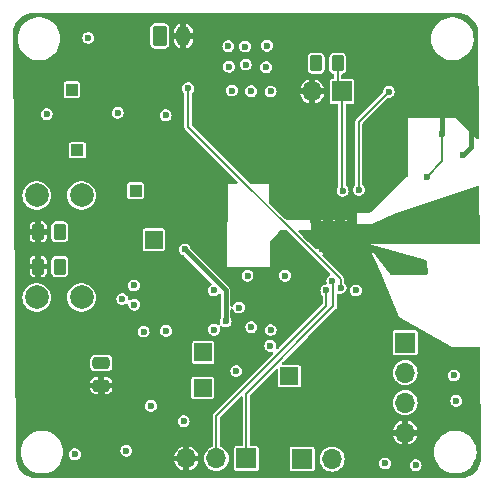
<source format=gbr>
%TF.GenerationSoftware,KiCad,Pcbnew,8.0.3*%
%TF.CreationDate,2025-03-04T10:01:37-06:00*%
%TF.ProjectId,wearable_v2_nrf,77656172-6162-46c6-955f-76325f6e7266,rev?*%
%TF.SameCoordinates,Original*%
%TF.FileFunction,Copper,L4,Bot*%
%TF.FilePolarity,Positive*%
%FSLAX46Y46*%
G04 Gerber Fmt 4.6, Leading zero omitted, Abs format (unit mm)*
G04 Created by KiCad (PCBNEW 8.0.3) date 2025-03-04 10:01:37*
%MOMM*%
%LPD*%
G01*
G04 APERTURE LIST*
G04 Aperture macros list*
%AMRoundRect*
0 Rectangle with rounded corners*
0 $1 Rounding radius*
0 $2 $3 $4 $5 $6 $7 $8 $9 X,Y pos of 4 corners*
0 Add a 4 corners polygon primitive as box body*
4,1,4,$2,$3,$4,$5,$6,$7,$8,$9,$2,$3,0*
0 Add four circle primitives for the rounded corners*
1,1,$1+$1,$2,$3*
1,1,$1+$1,$4,$5*
1,1,$1+$1,$6,$7*
1,1,$1+$1,$8,$9*
0 Add four rect primitives between the rounded corners*
20,1,$1+$1,$2,$3,$4,$5,0*
20,1,$1+$1,$4,$5,$6,$7,0*
20,1,$1+$1,$6,$7,$8,$9,0*
20,1,$1+$1,$8,$9,$2,$3,0*%
G04 Aperture macros list end*
%TA.AperFunction,ComponentPad*%
%ADD10R,1.700000X1.700000*%
%TD*%
%TA.AperFunction,ComponentPad*%
%ADD11O,1.700000X1.700000*%
%TD*%
%TA.AperFunction,ComponentPad*%
%ADD12RoundRect,0.250000X-0.350000X-0.625000X0.350000X-0.625000X0.350000X0.625000X-0.350000X0.625000X0*%
%TD*%
%TA.AperFunction,ComponentPad*%
%ADD13O,1.200000X1.750000*%
%TD*%
%TA.AperFunction,ComponentPad*%
%ADD14R,1.500000X1.500000*%
%TD*%
%TA.AperFunction,HeatsinkPad*%
%ADD15C,0.500000*%
%TD*%
%TA.AperFunction,HeatsinkPad*%
%ADD16R,2.500000X2.500000*%
%TD*%
%TA.AperFunction,ComponentPad*%
%ADD17C,2.010000*%
%TD*%
%TA.AperFunction,ComponentPad*%
%ADD18R,1.000000X1.000000*%
%TD*%
%TA.AperFunction,SMDPad,CuDef*%
%ADD19RoundRect,0.250000X0.262500X0.450000X-0.262500X0.450000X-0.262500X-0.450000X0.262500X-0.450000X0*%
%TD*%
%TA.AperFunction,SMDPad,CuDef*%
%ADD20RoundRect,0.250000X-0.475000X0.250000X-0.475000X-0.250000X0.475000X-0.250000X0.475000X0.250000X0*%
%TD*%
%TA.AperFunction,SMDPad,CuDef*%
%ADD21RoundRect,0.250000X-0.262500X-0.450000X0.262500X-0.450000X0.262500X0.450000X-0.262500X0.450000X0*%
%TD*%
%TA.AperFunction,ViaPad*%
%ADD22C,0.600000*%
%TD*%
%TA.AperFunction,Conductor*%
%ADD23C,0.200000*%
%TD*%
%TA.AperFunction,Conductor*%
%ADD24C,0.400000*%
%TD*%
G04 APERTURE END LIST*
D10*
%TO.P,R5,1*%
%TO.N,/ADC1_P*%
X110200000Y-55275000D03*
D11*
%TO.P,R5,2*%
%TO.N,GND*%
X107660000Y-55275000D03*
%TD*%
D12*
%TO.P,BT1,1,+*%
%TO.N,/VBAT+*%
X94775000Y-50575000D03*
D13*
%TO.P,BT1,2,-*%
%TO.N,GND*%
X96775000Y-50575000D03*
%TD*%
D14*
%TO.P,TP5,1,1*%
%TO.N,/I2C1_SCL*%
X98400000Y-80375000D03*
%TD*%
D10*
%TO.P,M1,1,+*%
%TO.N,VCC*%
X106825000Y-86400000D03*
D11*
%TO.P,M1,2,-*%
%TO.N,Net-(D4-A)*%
X109365000Y-86400000D03*
%TD*%
D10*
%TO.P,J1,1,Pin_1*%
%TO.N,/SWDIO*%
X115550000Y-76545000D03*
D11*
%TO.P,J1,2,Pin_2*%
%TO.N,/SWCLK*%
X115550000Y-79085000D03*
%TO.P,J1,3,Pin_3*%
%TO.N,+3.3V*%
X115550000Y-81625000D03*
%TO.P,J1,4,Pin_4*%
%TO.N,GND*%
X115550000Y-84165000D03*
%TD*%
D14*
%TO.P,TP6,1,1*%
%TO.N,/INT1*%
X94275000Y-67825000D03*
%TD*%
D15*
%TO.P,U1,33,VSS*%
%TO.N,GND*%
X108525000Y-66575000D03*
X108525000Y-67575000D03*
X108525000Y-68575000D03*
X109525000Y-66575000D03*
X109525000Y-67575000D03*
D16*
X109525000Y-67575000D03*
D15*
X109525000Y-68575000D03*
X110525000Y-66575000D03*
X110525000Y-67575000D03*
X110525000Y-68575000D03*
%TD*%
D17*
%TO.P,J2,MH1,MH1*%
%TO.N,unconnected-(J2-PadMH1)*%
X84347500Y-64080000D03*
%TO.P,J2,MH2,MH2*%
%TO.N,unconnected-(J2-PadMH2)*%
X84347500Y-72720000D03*
%TO.P,J2,MH3,MH3*%
%TO.N,unconnected-(J2-PadMH3)*%
X88147500Y-64080000D03*
%TO.P,J2,MH4,MH4*%
%TO.N,unconnected-(J2-PadMH4)*%
X88147500Y-72720000D03*
%TD*%
D18*
%TO.P,TP2,1,1*%
%TO.N,/VBAT+*%
X87325000Y-55125000D03*
%TD*%
D14*
%TO.P,TP4,1,1*%
%TO.N,/I2C1_SDA*%
X98450000Y-77375000D03*
%TD*%
D10*
%TO.P,J3,1,Pin_1*%
%TO.N,/USART1_TX*%
X102100000Y-86350000D03*
D11*
%TO.P,J3,2,Pin_2*%
%TO.N,/USART1_RX*%
X99560000Y-86350000D03*
%TO.P,J3,3,Pin_3*%
%TO.N,GND*%
X97020000Y-86350000D03*
%TD*%
D18*
%TO.P,TP1,1,1*%
%TO.N,/VBUS*%
X87800000Y-60250000D03*
%TD*%
D14*
%TO.P,TP7,1,1*%
%TO.N,/HAPTIC*%
X105750000Y-79375000D03*
%TD*%
D18*
%TO.P,TP3,1,1*%
%TO.N,VCC*%
X92725000Y-63675000D03*
%TD*%
D19*
%TO.P,R2,1*%
%TO.N,Net-(J2-CC1)*%
X86312500Y-67150000D03*
%TO.P,R2,2*%
%TO.N,GND*%
X84487500Y-67150000D03*
%TD*%
D20*
%TO.P,C2,1*%
%TO.N,/NRST*%
X89825000Y-78275000D03*
%TO.P,C2,2*%
%TO.N,GND*%
X89825000Y-80175000D03*
%TD*%
D21*
%TO.P,R4,1*%
%TO.N,+3.3V*%
X108012500Y-52900000D03*
%TO.P,R4,2*%
%TO.N,/ADC1_P*%
X109837500Y-52900000D03*
%TD*%
D19*
%TO.P,R3,1*%
%TO.N,Net-(J2-CC2)*%
X86312500Y-70100000D03*
%TO.P,R3,2*%
%TO.N,GND*%
X84487500Y-70100000D03*
%TD*%
D22*
%TO.N,GND*%
X112225000Y-60100000D03*
X106400000Y-60075000D03*
X112475000Y-85225000D03*
X93425000Y-78325000D03*
X98900000Y-55275000D03*
X84475000Y-67125000D03*
X96200000Y-55025000D03*
X117075000Y-66975000D03*
X118675000Y-58850000D03*
X89975000Y-81225000D03*
X114225000Y-60125000D03*
X93475000Y-72650000D03*
X93250000Y-60525000D03*
X113675000Y-73175000D03*
X93525000Y-80050000D03*
X120450000Y-60625000D03*
X114150000Y-50100000D03*
X89850000Y-80175000D03*
X107925000Y-77600000D03*
X95350000Y-79825000D03*
X105175000Y-72525000D03*
X99325000Y-64150000D03*
X84225000Y-81300000D03*
X84500000Y-70100000D03*
X95325000Y-62550000D03*
X99425000Y-67275000D03*
X104275000Y-60037500D03*
X117362000Y-62488000D03*
X104900000Y-74975000D03*
X118700000Y-56850000D03*
X121100000Y-58000000D03*
%TO.N,VCC*%
X96875000Y-68650000D03*
X100350000Y-74750000D03*
%TO.N,/NRST*%
X89825000Y-78275000D03*
X101475000Y-73575000D03*
X111375000Y-72125000D03*
%TO.N,+3.3V*%
X91950000Y-85700000D03*
X100625000Y-53175000D03*
X93400000Y-75600000D03*
X94025000Y-81900000D03*
X96800000Y-83200000D03*
X102500000Y-55250000D03*
X119675000Y-79325000D03*
X103775000Y-53225000D03*
X99375000Y-75450000D03*
X100875000Y-55200000D03*
X119879507Y-81477661D03*
X116440695Y-86922447D03*
X100575000Y-51450000D03*
X85200000Y-57200000D03*
X102000000Y-51475000D03*
X87575000Y-86000000D03*
X113850000Y-86775000D03*
X95300000Y-75550000D03*
X91600000Y-72850000D03*
X92625000Y-73325000D03*
X104125000Y-76800000D03*
X104150000Y-75475000D03*
X103850000Y-51400000D03*
X104150000Y-55275000D03*
X108000000Y-52875000D03*
X88725000Y-50750000D03*
X101250000Y-78950000D03*
X92575000Y-71700000D03*
X102050000Y-53000000D03*
%TO.N,/VBUS*%
X91200000Y-57085000D03*
X95275000Y-57300000D03*
%TO.N,Net-(J2-CC2)*%
X86312500Y-70100000D03*
%TO.N,Net-(J2-CC1)*%
X86312500Y-67150000D03*
%TO.N,/USART1_RX*%
X108875000Y-72125000D03*
%TO.N,/USART1_TX*%
X109375000Y-71327761D03*
%TO.N,/ADC1_P*%
X110250000Y-63675000D03*
%TO.N,/LED0*%
X114150000Y-55300000D03*
X111625000Y-63600000D03*
%TO.N,/I2C1_SDA*%
X99347551Y-72112500D03*
%TO.N,/I2C1_SCL*%
X102525000Y-75225000D03*
%TO.N,/INT1*%
X102200000Y-70875000D03*
X105375000Y-70875000D03*
%TO.N,/STAT*%
X97162500Y-55012500D03*
X110075000Y-71900000D03*
%TD*%
D23*
%TO.N,GND*%
X118675000Y-58850000D02*
X118675000Y-61175000D01*
D24*
X118700000Y-58825000D02*
X118675000Y-58850000D01*
X89850000Y-80175000D02*
X89850000Y-81100000D01*
X121100000Y-59975000D02*
X120450000Y-60625000D01*
X121100000Y-58000000D02*
X121100000Y-59975000D01*
X89850000Y-81100000D02*
X89975000Y-81225000D01*
D23*
X118675000Y-61175000D02*
X117362000Y-62488000D01*
D24*
X118700000Y-56850000D02*
X118700000Y-58825000D01*
%TO.N,VCC*%
X100350000Y-72125000D02*
X100350000Y-74750000D01*
X96875000Y-68650000D02*
X100350000Y-72125000D01*
D23*
%TO.N,/USART1_RX*%
X108875000Y-73400000D02*
X99560000Y-82715000D01*
X99560000Y-82715000D02*
X99560000Y-86350000D01*
X108875000Y-72125000D02*
X108875000Y-73400000D01*
%TO.N,/USART1_TX*%
X102100000Y-80850000D02*
X102100000Y-86350000D01*
X109375000Y-71327761D02*
X109475000Y-71427761D01*
X109475000Y-71427761D02*
X109475000Y-73475000D01*
X109475000Y-73475000D02*
X102100000Y-80850000D01*
%TO.N,/ADC1_P*%
X110250000Y-63675000D02*
X110200000Y-63625000D01*
X109837500Y-52900000D02*
X109837500Y-54912500D01*
X109837500Y-54912500D02*
X110200000Y-55275000D01*
X110200000Y-63625000D02*
X110200000Y-55275000D01*
%TO.N,/LED0*%
X111625000Y-63600000D02*
X111625000Y-57825000D01*
X111625000Y-57825000D02*
X114150000Y-55300000D01*
%TO.N,/STAT*%
X110075000Y-71179232D02*
X97162500Y-58266732D01*
X97162500Y-58266732D02*
X97162500Y-55012500D01*
X110075000Y-71900000D02*
X110075000Y-71179232D01*
%TD*%
%TA.AperFunction,Conductor*%
%TO.N,GND*%
G36*
X120043629Y-48615029D02*
G01*
X120272231Y-48631381D01*
X120289737Y-48633898D01*
X120506726Y-48681103D01*
X120509347Y-48681673D01*
X120526322Y-48686658D01*
X120736889Y-48765197D01*
X120752979Y-48772544D01*
X120950239Y-48880258D01*
X120965121Y-48889822D01*
X120969173Y-48892856D01*
X121145035Y-49024506D01*
X121158406Y-49036092D01*
X121317325Y-49195013D01*
X121328911Y-49208385D01*
X121463588Y-49388297D01*
X121473152Y-49403180D01*
X121580861Y-49600436D01*
X121588211Y-49616530D01*
X121666749Y-49827105D01*
X121671733Y-49844080D01*
X121719503Y-50063682D01*
X121722021Y-50081193D01*
X121738397Y-50310172D01*
X121738713Y-50319018D01*
X121738713Y-50368337D01*
X121739116Y-50373254D01*
X121800412Y-59199798D01*
X121781193Y-59266972D01*
X121728709Y-59313093D01*
X121659621Y-59323516D01*
X121595865Y-59294934D01*
X121589960Y-59289549D01*
X119750001Y-57500000D01*
X119750000Y-57500000D01*
X115775000Y-57500000D01*
X115775000Y-62446871D01*
X115755315Y-62513910D01*
X115736535Y-62536647D01*
X112635921Y-65490776D01*
X112573806Y-65522768D01*
X112550386Y-65525000D01*
X111500000Y-65525000D01*
X111500000Y-66500000D01*
X112749999Y-66500000D01*
X112750000Y-66500000D01*
X114743061Y-65553295D01*
X114757289Y-65547587D01*
X121625000Y-63275000D01*
X121624999Y-63274999D01*
X121652897Y-63265768D01*
X121659375Y-63260679D01*
X121728931Y-63254068D01*
X121791019Y-63286113D01*
X121825927Y-63346637D01*
X121829406Y-63374956D01*
X121862039Y-68074129D01*
X121842820Y-68141303D01*
X121790335Y-68187424D01*
X121737719Y-68198990D01*
X112525002Y-68175000D01*
X112525000Y-68175000D01*
X117337550Y-69574568D01*
X117396425Y-69612190D01*
X117425615Y-69675670D01*
X117426896Y-69691052D01*
X117447383Y-70674425D01*
X117429099Y-70741860D01*
X117377260Y-70788705D01*
X117324402Y-70801004D01*
X114386317Y-70824509D01*
X114319122Y-70805361D01*
X114287389Y-70776570D01*
X114276759Y-70762882D01*
X112500000Y-68475000D01*
X112500000Y-68475001D01*
X113499139Y-70673106D01*
X113500785Y-70676892D01*
X113661107Y-71063242D01*
X115025000Y-74350000D01*
X119500000Y-76950000D01*
X121799251Y-76928905D01*
X121866469Y-76947974D01*
X121912706Y-77000356D01*
X121924386Y-77052039D01*
X121988673Y-86309443D01*
X121988360Y-86319151D01*
X121972046Y-86547230D01*
X121969528Y-86564742D01*
X121921755Y-86784347D01*
X121916771Y-86801322D01*
X121838228Y-87011902D01*
X121830878Y-87027996D01*
X121723169Y-87225247D01*
X121713604Y-87240129D01*
X121578920Y-87420046D01*
X121567334Y-87433417D01*
X121408417Y-87592334D01*
X121395046Y-87603920D01*
X121215129Y-87738604D01*
X121200247Y-87748169D01*
X121002996Y-87855878D01*
X120986902Y-87863228D01*
X120776322Y-87941771D01*
X120759347Y-87946755D01*
X120539742Y-87994528D01*
X120522230Y-87997046D01*
X120293630Y-88013398D01*
X120284783Y-88013714D01*
X84346806Y-88013714D01*
X84346794Y-88013713D01*
X84293637Y-88013713D01*
X84284792Y-88013397D01*
X84056190Y-87997049D01*
X84038678Y-87994531D01*
X83819072Y-87946760D01*
X83802096Y-87941776D01*
X83591517Y-87863236D01*
X83575424Y-87855887D01*
X83378168Y-87748179D01*
X83363284Y-87738614D01*
X83183363Y-87603929D01*
X83169992Y-87592343D01*
X83011067Y-87433420D01*
X82999488Y-87420057D01*
X82864791Y-87240127D01*
X82855238Y-87225261D01*
X82747519Y-87027991D01*
X82740173Y-87011905D01*
X82661629Y-86801322D01*
X82656647Y-86784357D01*
X82654611Y-86775000D01*
X82608870Y-86564742D01*
X82606353Y-86547231D01*
X82605857Y-86540303D01*
X82590030Y-86319027D01*
X82589714Y-86310180D01*
X82589714Y-86260064D01*
X82589310Y-86255154D01*
X82589257Y-86247523D01*
X82586248Y-85814209D01*
X82983665Y-85814209D01*
X82983665Y-85814218D01*
X83003830Y-86083315D01*
X83063878Y-86346402D01*
X83063880Y-86346409D01*
X83162470Y-86597610D01*
X83162472Y-86597614D01*
X83167276Y-86605934D01*
X83297399Y-86831316D01*
X83406341Y-86967924D01*
X83465656Y-87042303D01*
X83577858Y-87146410D01*
X83663473Y-87225849D01*
X83886440Y-87377865D01*
X84129573Y-87494952D01*
X84387442Y-87574494D01*
X84387443Y-87574494D01*
X84387446Y-87574495D01*
X84654277Y-87614713D01*
X84654282Y-87614713D01*
X84654285Y-87614714D01*
X84654286Y-87614714D01*
X84924142Y-87614714D01*
X84924143Y-87614714D01*
X84924150Y-87614713D01*
X85190981Y-87574495D01*
X85190982Y-87574494D01*
X85190986Y-87574494D01*
X85448855Y-87494952D01*
X85691989Y-87377865D01*
X85914955Y-87225849D01*
X86112775Y-87042299D01*
X86281029Y-86831316D01*
X86415957Y-86597612D01*
X86514548Y-86346409D01*
X86574597Y-86083317D01*
X86580841Y-86000000D01*
X87069353Y-86000000D01*
X87089834Y-86142456D01*
X87146540Y-86266622D01*
X87149623Y-86273373D01*
X87243872Y-86382143D01*
X87364947Y-86459953D01*
X87364950Y-86459954D01*
X87364949Y-86459954D01*
X87503036Y-86500499D01*
X87503038Y-86500500D01*
X87503039Y-86500500D01*
X87646962Y-86500500D01*
X87646962Y-86500499D01*
X87785053Y-86459953D01*
X87906128Y-86382143D01*
X88000377Y-86273373D01*
X88060165Y-86142457D01*
X88080647Y-86000000D01*
X88060165Y-85857543D01*
X88000377Y-85726627D01*
X87977305Y-85700000D01*
X91444353Y-85700000D01*
X91464834Y-85842456D01*
X91524622Y-85973371D01*
X91524623Y-85973373D01*
X91618872Y-86082143D01*
X91739947Y-86159953D01*
X91739950Y-86159954D01*
X91739949Y-86159954D01*
X91878036Y-86200499D01*
X91878038Y-86200500D01*
X91878039Y-86200500D01*
X92021962Y-86200500D01*
X92021962Y-86200499D01*
X92160053Y-86159953D01*
X92253342Y-86100000D01*
X95998590Y-86100000D01*
X96586988Y-86100000D01*
X96554075Y-86157007D01*
X96520000Y-86284174D01*
X96520000Y-86415826D01*
X96554075Y-86542993D01*
X96586988Y-86600000D01*
X95998590Y-86600000D01*
X96045233Y-86753766D01*
X96142728Y-86936166D01*
X96142732Y-86936173D01*
X96273944Y-87096055D01*
X96433826Y-87227267D01*
X96433833Y-87227271D01*
X96616233Y-87324766D01*
X96770000Y-87371410D01*
X96770000Y-86783012D01*
X96827007Y-86815925D01*
X96954174Y-86850000D01*
X97085826Y-86850000D01*
X97212993Y-86815925D01*
X97270000Y-86783012D01*
X97270000Y-87371410D01*
X97423766Y-87324766D01*
X97606166Y-87227271D01*
X97606173Y-87227267D01*
X97766055Y-87096055D01*
X97897267Y-86936173D01*
X97897271Y-86936166D01*
X97994766Y-86753766D01*
X98041410Y-86600000D01*
X97453012Y-86600000D01*
X97485925Y-86542993D01*
X97520000Y-86415826D01*
X97520000Y-86284174D01*
X97485925Y-86157007D01*
X97453012Y-86100000D01*
X98041410Y-86100000D01*
X97994766Y-85946233D01*
X97897271Y-85763833D01*
X97897267Y-85763826D01*
X97766055Y-85603944D01*
X97606173Y-85472732D01*
X97606166Y-85472728D01*
X97423763Y-85375232D01*
X97270000Y-85328587D01*
X97270000Y-85916988D01*
X97212993Y-85884075D01*
X97085826Y-85850000D01*
X96954174Y-85850000D01*
X96827007Y-85884075D01*
X96770000Y-85916988D01*
X96770000Y-85328587D01*
X96616236Y-85375232D01*
X96433833Y-85472728D01*
X96433826Y-85472732D01*
X96273944Y-85603944D01*
X96142732Y-85763826D01*
X96142728Y-85763833D01*
X96045233Y-85946233D01*
X95998590Y-86100000D01*
X92253342Y-86100000D01*
X92281128Y-86082143D01*
X92375377Y-85973373D01*
X92435165Y-85842457D01*
X92455647Y-85700000D01*
X92435165Y-85557543D01*
X92375377Y-85426627D01*
X92281128Y-85317857D01*
X92160053Y-85240047D01*
X92160051Y-85240046D01*
X92160049Y-85240045D01*
X92160050Y-85240045D01*
X92021963Y-85199500D01*
X92021961Y-85199500D01*
X91878039Y-85199500D01*
X91878036Y-85199500D01*
X91739949Y-85240045D01*
X91618873Y-85317856D01*
X91618872Y-85317856D01*
X91618872Y-85317857D01*
X91606804Y-85331784D01*
X91524623Y-85426626D01*
X91524622Y-85426628D01*
X91464834Y-85557543D01*
X91444353Y-85700000D01*
X87977305Y-85700000D01*
X87906128Y-85617857D01*
X87785053Y-85540047D01*
X87785051Y-85540046D01*
X87785049Y-85540045D01*
X87785050Y-85540045D01*
X87646963Y-85499500D01*
X87646961Y-85499500D01*
X87503039Y-85499500D01*
X87503036Y-85499500D01*
X87364949Y-85540045D01*
X87243873Y-85617856D01*
X87149623Y-85726626D01*
X87149622Y-85726628D01*
X87089834Y-85857543D01*
X87069353Y-86000000D01*
X86580841Y-86000000D01*
X86591516Y-85857543D01*
X86594763Y-85814218D01*
X86594763Y-85814209D01*
X86574597Y-85545112D01*
X86573441Y-85540047D01*
X86514548Y-85282019D01*
X86415957Y-85030816D01*
X86281029Y-84797112D01*
X86112775Y-84586129D01*
X86112774Y-84586128D01*
X86112771Y-84586124D01*
X85914955Y-84402579D01*
X85691989Y-84250563D01*
X85691983Y-84250560D01*
X85691982Y-84250559D01*
X85691981Y-84250558D01*
X85448857Y-84133477D01*
X85448859Y-84133477D01*
X85190987Y-84053934D01*
X85190981Y-84053932D01*
X84924150Y-84013714D01*
X84924143Y-84013714D01*
X84654285Y-84013714D01*
X84654277Y-84013714D01*
X84387446Y-84053932D01*
X84387440Y-84053934D01*
X84129572Y-84133476D01*
X83886444Y-84250560D01*
X83663472Y-84402579D01*
X83465656Y-84586124D01*
X83297399Y-84797112D01*
X83162472Y-85030813D01*
X83162470Y-85030817D01*
X83063880Y-85282018D01*
X83063878Y-85282025D01*
X83003830Y-85545112D01*
X82983665Y-85814209D01*
X82586248Y-85814209D01*
X82568094Y-83200000D01*
X96294353Y-83200000D01*
X96314834Y-83342456D01*
X96349766Y-83418944D01*
X96374623Y-83473373D01*
X96468872Y-83582143D01*
X96589947Y-83659953D01*
X96589950Y-83659954D01*
X96589949Y-83659954D01*
X96728036Y-83700499D01*
X96728038Y-83700500D01*
X96728039Y-83700500D01*
X96871962Y-83700500D01*
X96871962Y-83700499D01*
X97010053Y-83659953D01*
X97131128Y-83582143D01*
X97225377Y-83473373D01*
X97285165Y-83342457D01*
X97305647Y-83200000D01*
X97285165Y-83057543D01*
X97225377Y-82926627D01*
X97131128Y-82817857D01*
X97010053Y-82740047D01*
X97010051Y-82740046D01*
X97010049Y-82740045D01*
X97010050Y-82740045D01*
X96871963Y-82699500D01*
X96871961Y-82699500D01*
X96728039Y-82699500D01*
X96728036Y-82699500D01*
X96589949Y-82740045D01*
X96468873Y-82817856D01*
X96374623Y-82926626D01*
X96374622Y-82926628D01*
X96314834Y-83057543D01*
X96294353Y-83200000D01*
X82568094Y-83200000D01*
X82559066Y-81900000D01*
X93519353Y-81900000D01*
X93539834Y-82042456D01*
X93599622Y-82173371D01*
X93599623Y-82173373D01*
X93693872Y-82282143D01*
X93814947Y-82359953D01*
X93814950Y-82359954D01*
X93814949Y-82359954D01*
X93953036Y-82400499D01*
X93953038Y-82400500D01*
X93953039Y-82400500D01*
X94096962Y-82400500D01*
X94096962Y-82400499D01*
X94235053Y-82359953D01*
X94356128Y-82282143D01*
X94450377Y-82173373D01*
X94510165Y-82042457D01*
X94530647Y-81900000D01*
X94510165Y-81757543D01*
X94450377Y-81626627D01*
X94356128Y-81517857D01*
X94235053Y-81440047D01*
X94235051Y-81440046D01*
X94235049Y-81440045D01*
X94235050Y-81440045D01*
X94096963Y-81399500D01*
X94096961Y-81399500D01*
X93953039Y-81399500D01*
X93953036Y-81399500D01*
X93814949Y-81440045D01*
X93693873Y-81517856D01*
X93599623Y-81626626D01*
X93599622Y-81626628D01*
X93539834Y-81757543D01*
X93519353Y-81900000D01*
X82559066Y-81900000D01*
X82549199Y-80479196D01*
X88900001Y-80479196D01*
X88902851Y-80509606D01*
X88947653Y-80637645D01*
X89028207Y-80746792D01*
X89137354Y-80827346D01*
X89265397Y-80872149D01*
X89295792Y-80874999D01*
X89574999Y-80874999D01*
X90075000Y-80874999D01*
X90354196Y-80874999D01*
X90384606Y-80872148D01*
X90512645Y-80827346D01*
X90621792Y-80746792D01*
X90702346Y-80637645D01*
X90747149Y-80509604D01*
X90747149Y-80509600D01*
X90750000Y-80479206D01*
X90750000Y-80425000D01*
X90075000Y-80425000D01*
X90075000Y-80874999D01*
X89574999Y-80874999D01*
X89575000Y-80874998D01*
X89575000Y-80425000D01*
X88900001Y-80425000D01*
X88900001Y-80479196D01*
X82549199Y-80479196D01*
X82544974Y-79870793D01*
X88900000Y-79870793D01*
X88900000Y-79925000D01*
X89575000Y-79925000D01*
X90075000Y-79925000D01*
X90749999Y-79925000D01*
X90749999Y-79870803D01*
X90747148Y-79840393D01*
X90702346Y-79712354D01*
X90623298Y-79605247D01*
X97449500Y-79605247D01*
X97449500Y-81144752D01*
X97461131Y-81203229D01*
X97461132Y-81203230D01*
X97505447Y-81269552D01*
X97571769Y-81313867D01*
X97571770Y-81313868D01*
X97630247Y-81325499D01*
X97630250Y-81325500D01*
X97630252Y-81325500D01*
X99169750Y-81325500D01*
X99169751Y-81325499D01*
X99184568Y-81322552D01*
X99228229Y-81313868D01*
X99228229Y-81313867D01*
X99228231Y-81313867D01*
X99294552Y-81269552D01*
X99338867Y-81203231D01*
X99338867Y-81203229D01*
X99338868Y-81203229D01*
X99350499Y-81144752D01*
X99350500Y-81144750D01*
X99350500Y-79605249D01*
X99350499Y-79605247D01*
X99338868Y-79546770D01*
X99338867Y-79546769D01*
X99294552Y-79480447D01*
X99228230Y-79436132D01*
X99228229Y-79436131D01*
X99169752Y-79424500D01*
X99169748Y-79424500D01*
X97630252Y-79424500D01*
X97630247Y-79424500D01*
X97571770Y-79436131D01*
X97571769Y-79436132D01*
X97505447Y-79480447D01*
X97461132Y-79546769D01*
X97461131Y-79546770D01*
X97449500Y-79605247D01*
X90623298Y-79605247D01*
X90621792Y-79603207D01*
X90512645Y-79522653D01*
X90384602Y-79477850D01*
X90354207Y-79475000D01*
X90075000Y-79475000D01*
X90075000Y-79925000D01*
X89575000Y-79925000D01*
X89575000Y-79475000D01*
X89295804Y-79475000D01*
X89265393Y-79477851D01*
X89137354Y-79522653D01*
X89028207Y-79603207D01*
X88947653Y-79712354D01*
X88902850Y-79840395D01*
X88902850Y-79840399D01*
X88900000Y-79870793D01*
X82544974Y-79870793D01*
X82531779Y-77970730D01*
X88899500Y-77970730D01*
X88899500Y-78579269D01*
X88902353Y-78609699D01*
X88902353Y-78609701D01*
X88947206Y-78737880D01*
X88947207Y-78737882D01*
X89027850Y-78847150D01*
X89137118Y-78927793D01*
X89179845Y-78942744D01*
X89265299Y-78972646D01*
X89295730Y-78975500D01*
X89295734Y-78975500D01*
X90354270Y-78975500D01*
X90384699Y-78972646D01*
X90384701Y-78972646D01*
X90449418Y-78950000D01*
X100744353Y-78950000D01*
X100764834Y-79092456D01*
X100805976Y-79182543D01*
X100824623Y-79223373D01*
X100918872Y-79332143D01*
X101039947Y-79409953D01*
X101039950Y-79409954D01*
X101039949Y-79409954D01*
X101178036Y-79450499D01*
X101178038Y-79450500D01*
X101178039Y-79450500D01*
X101321962Y-79450500D01*
X101321962Y-79450499D01*
X101460053Y-79409953D01*
X101581128Y-79332143D01*
X101675377Y-79223373D01*
X101735165Y-79092457D01*
X101755647Y-78950000D01*
X101735165Y-78807543D01*
X101675377Y-78676627D01*
X101581128Y-78567857D01*
X101460053Y-78490047D01*
X101460051Y-78490046D01*
X101460049Y-78490045D01*
X101460050Y-78490045D01*
X101321963Y-78449500D01*
X101321961Y-78449500D01*
X101178039Y-78449500D01*
X101178036Y-78449500D01*
X101039949Y-78490045D01*
X100918873Y-78567856D01*
X100824623Y-78676626D01*
X100824622Y-78676628D01*
X100764834Y-78807543D01*
X100744353Y-78950000D01*
X90449418Y-78950000D01*
X90469834Y-78942856D01*
X90512882Y-78927793D01*
X90622150Y-78847150D01*
X90702793Y-78737882D01*
X90725219Y-78673790D01*
X90747646Y-78609701D01*
X90747646Y-78609699D01*
X90750500Y-78579269D01*
X90750500Y-77970730D01*
X90747646Y-77940300D01*
X90747646Y-77940298D01*
X90702793Y-77812119D01*
X90702792Y-77812117D01*
X90622150Y-77702850D01*
X90512882Y-77622207D01*
X90512880Y-77622206D01*
X90384700Y-77577353D01*
X90354270Y-77574500D01*
X90354266Y-77574500D01*
X89295734Y-77574500D01*
X89295730Y-77574500D01*
X89265300Y-77577353D01*
X89265298Y-77577353D01*
X89137119Y-77622206D01*
X89137117Y-77622207D01*
X89027850Y-77702850D01*
X88947207Y-77812117D01*
X88947206Y-77812119D01*
X88902353Y-77940298D01*
X88902353Y-77940300D01*
X88899500Y-77970730D01*
X82531779Y-77970730D01*
X82522297Y-76605247D01*
X97499500Y-76605247D01*
X97499500Y-78144752D01*
X97511131Y-78203229D01*
X97511132Y-78203230D01*
X97555447Y-78269552D01*
X97621769Y-78313867D01*
X97621770Y-78313868D01*
X97680247Y-78325499D01*
X97680250Y-78325500D01*
X97680252Y-78325500D01*
X99219750Y-78325500D01*
X99219751Y-78325499D01*
X99234568Y-78322552D01*
X99278229Y-78313868D01*
X99278229Y-78313867D01*
X99278231Y-78313867D01*
X99344552Y-78269552D01*
X99388867Y-78203231D01*
X99388867Y-78203229D01*
X99388868Y-78203229D01*
X99400499Y-78144752D01*
X99400500Y-78144750D01*
X99400500Y-76605249D01*
X99400499Y-76605247D01*
X99388868Y-76546770D01*
X99388867Y-76546769D01*
X99344552Y-76480447D01*
X99278230Y-76436132D01*
X99278229Y-76436131D01*
X99219752Y-76424500D01*
X99219748Y-76424500D01*
X97680252Y-76424500D01*
X97680247Y-76424500D01*
X97621770Y-76436131D01*
X97621769Y-76436132D01*
X97555447Y-76480447D01*
X97511132Y-76546769D01*
X97511131Y-76546770D01*
X97499500Y-76605247D01*
X82522297Y-76605247D01*
X82515316Y-75600000D01*
X92894353Y-75600000D01*
X92914834Y-75742456D01*
X92967211Y-75857143D01*
X92974623Y-75873373D01*
X93068872Y-75982143D01*
X93189947Y-76059953D01*
X93189950Y-76059954D01*
X93189949Y-76059954D01*
X93328036Y-76100499D01*
X93328038Y-76100500D01*
X93328039Y-76100500D01*
X93471962Y-76100500D01*
X93471962Y-76100499D01*
X93610053Y-76059953D01*
X93731128Y-75982143D01*
X93825377Y-75873373D01*
X93885165Y-75742457D01*
X93905647Y-75600000D01*
X93898458Y-75550000D01*
X94794353Y-75550000D01*
X94814834Y-75692456D01*
X94828953Y-75723371D01*
X94874623Y-75823373D01*
X94968872Y-75932143D01*
X95089947Y-76009953D01*
X95089950Y-76009954D01*
X95089949Y-76009954D01*
X95228036Y-76050499D01*
X95228038Y-76050500D01*
X95228039Y-76050500D01*
X95371962Y-76050500D01*
X95371962Y-76050499D01*
X95510053Y-76009953D01*
X95631128Y-75932143D01*
X95725377Y-75823373D01*
X95785165Y-75692457D01*
X95805647Y-75550000D01*
X95785165Y-75407543D01*
X95725377Y-75276627D01*
X95631128Y-75167857D01*
X95510053Y-75090047D01*
X95510051Y-75090046D01*
X95510049Y-75090045D01*
X95510050Y-75090045D01*
X95371963Y-75049500D01*
X95371961Y-75049500D01*
X95228039Y-75049500D01*
X95228036Y-75049500D01*
X95089949Y-75090045D01*
X94968873Y-75167856D01*
X94874623Y-75276626D01*
X94874622Y-75276628D01*
X94814834Y-75407543D01*
X94794353Y-75550000D01*
X93898458Y-75550000D01*
X93885165Y-75457543D01*
X93825377Y-75326627D01*
X93731128Y-75217857D01*
X93610053Y-75140047D01*
X93610051Y-75140046D01*
X93610049Y-75140045D01*
X93610050Y-75140045D01*
X93471963Y-75099500D01*
X93471961Y-75099500D01*
X93328039Y-75099500D01*
X93328036Y-75099500D01*
X93189949Y-75140045D01*
X93068873Y-75217856D01*
X92974623Y-75326626D01*
X92974622Y-75326628D01*
X92914834Y-75457543D01*
X92894353Y-75600000D01*
X82515316Y-75600000D01*
X82495316Y-72719999D01*
X83136836Y-72719999D01*
X83136836Y-72720000D01*
X83157449Y-72942454D01*
X83157449Y-72942456D01*
X83157450Y-72942459D01*
X83208924Y-73123373D01*
X83218590Y-73157345D01*
X83318169Y-73357326D01*
X83318174Y-73357334D01*
X83452810Y-73535621D01*
X83617911Y-73686130D01*
X83617913Y-73686132D01*
X83807857Y-73803740D01*
X83807858Y-73803740D01*
X83807861Y-73803742D01*
X84016186Y-73884448D01*
X84235794Y-73925500D01*
X84235796Y-73925500D01*
X84459204Y-73925500D01*
X84459206Y-73925500D01*
X84678814Y-73884448D01*
X84887139Y-73803742D01*
X85077088Y-73686131D01*
X85242191Y-73535619D01*
X85376827Y-73357332D01*
X85476411Y-73157342D01*
X85537550Y-72942459D01*
X85558164Y-72720000D01*
X85558164Y-72719999D01*
X86936836Y-72719999D01*
X86936836Y-72720000D01*
X86957449Y-72942454D01*
X86957449Y-72942456D01*
X86957450Y-72942459D01*
X87008924Y-73123373D01*
X87018590Y-73157345D01*
X87118169Y-73357326D01*
X87118174Y-73357334D01*
X87252810Y-73535621D01*
X87417911Y-73686130D01*
X87417913Y-73686132D01*
X87607857Y-73803740D01*
X87607858Y-73803740D01*
X87607861Y-73803742D01*
X87816186Y-73884448D01*
X88035794Y-73925500D01*
X88035796Y-73925500D01*
X88259204Y-73925500D01*
X88259206Y-73925500D01*
X88478814Y-73884448D01*
X88687139Y-73803742D01*
X88877088Y-73686131D01*
X89042191Y-73535619D01*
X89176827Y-73357332D01*
X89276411Y-73157342D01*
X89337550Y-72942459D01*
X89346118Y-72850000D01*
X91094353Y-72850000D01*
X91114834Y-72992456D01*
X91174622Y-73123371D01*
X91174623Y-73123373D01*
X91268872Y-73232143D01*
X91389947Y-73309953D01*
X91389950Y-73309954D01*
X91389949Y-73309954D01*
X91528036Y-73350499D01*
X91528038Y-73350500D01*
X91528039Y-73350500D01*
X91671962Y-73350500D01*
X91671962Y-73350499D01*
X91810050Y-73309954D01*
X91810051Y-73309954D01*
X91810053Y-73309953D01*
X91928892Y-73233579D01*
X91995931Y-73213895D01*
X92062970Y-73233579D01*
X92108725Y-73286383D01*
X92118669Y-73320248D01*
X92139834Y-73467456D01*
X92188949Y-73575000D01*
X92199623Y-73598373D01*
X92293872Y-73707143D01*
X92414947Y-73784953D01*
X92414950Y-73784954D01*
X92414949Y-73784954D01*
X92553036Y-73825499D01*
X92553038Y-73825500D01*
X92553039Y-73825500D01*
X92696962Y-73825500D01*
X92696962Y-73825499D01*
X92835053Y-73784953D01*
X92956128Y-73707143D01*
X93050377Y-73598373D01*
X93110165Y-73467457D01*
X93130647Y-73325000D01*
X93110165Y-73182543D01*
X93050377Y-73051627D01*
X92956128Y-72942857D01*
X92835053Y-72865047D01*
X92835051Y-72865046D01*
X92835049Y-72865045D01*
X92835050Y-72865045D01*
X92696963Y-72824500D01*
X92696961Y-72824500D01*
X92553039Y-72824500D01*
X92553036Y-72824500D01*
X92414949Y-72865045D01*
X92296107Y-72941420D01*
X92229067Y-72961104D01*
X92162028Y-72941419D01*
X92116273Y-72888615D01*
X92106330Y-72854751D01*
X92085165Y-72707543D01*
X92041988Y-72613000D01*
X92025377Y-72576627D01*
X91931128Y-72467857D01*
X91810053Y-72390047D01*
X91810051Y-72390046D01*
X91810049Y-72390045D01*
X91810050Y-72390045D01*
X91671963Y-72349500D01*
X91671961Y-72349500D01*
X91528039Y-72349500D01*
X91528036Y-72349500D01*
X91389949Y-72390045D01*
X91268873Y-72467856D01*
X91174623Y-72576626D01*
X91174622Y-72576628D01*
X91114834Y-72707543D01*
X91094353Y-72850000D01*
X89346118Y-72850000D01*
X89358164Y-72720000D01*
X89337550Y-72497541D01*
X89276411Y-72282658D01*
X89235501Y-72200500D01*
X89176830Y-72082673D01*
X89176825Y-72082665D01*
X89042189Y-71904378D01*
X88877088Y-71753869D01*
X88877086Y-71753867D01*
X88790088Y-71700000D01*
X92069353Y-71700000D01*
X92089834Y-71842456D01*
X92149622Y-71973371D01*
X92149623Y-71973373D01*
X92243872Y-72082143D01*
X92364947Y-72159953D01*
X92364950Y-72159954D01*
X92364949Y-72159954D01*
X92503036Y-72200499D01*
X92503038Y-72200500D01*
X92503039Y-72200500D01*
X92646962Y-72200500D01*
X92646962Y-72200499D01*
X92785053Y-72159953D01*
X92906128Y-72082143D01*
X93000377Y-71973373D01*
X93060165Y-71842457D01*
X93080647Y-71700000D01*
X93060165Y-71557543D01*
X93000377Y-71426627D01*
X92906128Y-71317857D01*
X92785053Y-71240047D01*
X92785051Y-71240046D01*
X92785049Y-71240045D01*
X92785050Y-71240045D01*
X92646963Y-71199500D01*
X92646961Y-71199500D01*
X92503039Y-71199500D01*
X92503036Y-71199500D01*
X92364949Y-71240045D01*
X92243873Y-71317856D01*
X92149623Y-71426626D01*
X92149622Y-71426628D01*
X92089834Y-71557543D01*
X92069353Y-71700000D01*
X88790088Y-71700000D01*
X88687142Y-71636259D01*
X88687136Y-71636257D01*
X88662281Y-71626628D01*
X88478814Y-71555552D01*
X88259206Y-71514500D01*
X88035794Y-71514500D01*
X87816186Y-71555552D01*
X87705431Y-71598459D01*
X87607863Y-71636257D01*
X87607857Y-71636259D01*
X87417913Y-71753867D01*
X87417911Y-71753869D01*
X87252810Y-71904378D01*
X87118174Y-72082665D01*
X87118169Y-72082673D01*
X87018590Y-72282654D01*
X86957449Y-72497545D01*
X86936836Y-72719999D01*
X85558164Y-72719999D01*
X85537550Y-72497541D01*
X85476411Y-72282658D01*
X85435501Y-72200500D01*
X85376830Y-72082673D01*
X85376825Y-72082665D01*
X85242189Y-71904378D01*
X85077088Y-71753869D01*
X85077086Y-71753867D01*
X84887142Y-71636259D01*
X84887136Y-71636257D01*
X84862281Y-71626628D01*
X84678814Y-71555552D01*
X84459206Y-71514500D01*
X84235794Y-71514500D01*
X84016186Y-71555552D01*
X83905431Y-71598459D01*
X83807863Y-71636257D01*
X83807857Y-71636259D01*
X83617913Y-71753867D01*
X83617911Y-71753869D01*
X83452810Y-71904378D01*
X83318174Y-72082665D01*
X83318169Y-72082673D01*
X83218590Y-72282654D01*
X83157449Y-72497545D01*
X83136836Y-72719999D01*
X82495316Y-72719999D01*
X82480623Y-70604196D01*
X83775001Y-70604196D01*
X83777851Y-70634606D01*
X83822653Y-70762645D01*
X83903207Y-70871792D01*
X84012354Y-70952346D01*
X84140397Y-70997149D01*
X84170778Y-70999998D01*
X84170806Y-70999999D01*
X84737500Y-70999999D01*
X84804196Y-70999999D01*
X84834606Y-70997148D01*
X84962645Y-70952346D01*
X85071792Y-70871792D01*
X85152346Y-70762645D01*
X85197149Y-70634604D01*
X85197149Y-70634600D01*
X85200000Y-70604206D01*
X85200000Y-70350000D01*
X84737500Y-70350000D01*
X84737500Y-70999999D01*
X84170806Y-70999999D01*
X84237499Y-70999998D01*
X84237500Y-70999998D01*
X84237500Y-70350000D01*
X83775001Y-70350000D01*
X83775001Y-70604196D01*
X82480623Y-70604196D01*
X82473620Y-69595793D01*
X83775000Y-69595793D01*
X83775000Y-69850000D01*
X84237500Y-69850000D01*
X84737500Y-69850000D01*
X85199999Y-69850000D01*
X85199999Y-69595803D01*
X85199992Y-69595730D01*
X85599500Y-69595730D01*
X85599500Y-70604269D01*
X85602353Y-70634699D01*
X85602353Y-70634701D01*
X85647124Y-70762645D01*
X85647207Y-70762882D01*
X85727850Y-70872150D01*
X85837118Y-70952793D01*
X85879845Y-70967744D01*
X85965299Y-70997646D01*
X85995730Y-71000500D01*
X85995734Y-71000500D01*
X86629270Y-71000500D01*
X86659699Y-70997646D01*
X86659701Y-70997646D01*
X86723790Y-70975219D01*
X86787882Y-70952793D01*
X86897150Y-70872150D01*
X86977793Y-70762882D01*
X87008544Y-70675000D01*
X87022646Y-70634701D01*
X87022646Y-70634699D01*
X87025500Y-70604269D01*
X87025500Y-69595730D01*
X87022646Y-69565300D01*
X87022646Y-69565298D01*
X86989006Y-69469163D01*
X86977793Y-69437118D01*
X86897150Y-69327850D01*
X86787882Y-69247207D01*
X86787880Y-69247206D01*
X86659700Y-69202353D01*
X86629270Y-69199500D01*
X86629266Y-69199500D01*
X85995734Y-69199500D01*
X85995730Y-69199500D01*
X85965300Y-69202353D01*
X85965298Y-69202353D01*
X85837119Y-69247206D01*
X85837117Y-69247207D01*
X85727850Y-69327850D01*
X85647207Y-69437117D01*
X85647206Y-69437119D01*
X85602353Y-69565298D01*
X85602353Y-69565300D01*
X85599500Y-69595730D01*
X85199992Y-69595730D01*
X85197148Y-69565393D01*
X85152346Y-69437354D01*
X85071792Y-69328207D01*
X84962645Y-69247653D01*
X84834602Y-69202850D01*
X84804207Y-69200000D01*
X84737500Y-69200000D01*
X84737500Y-69850000D01*
X84237500Y-69850000D01*
X84237500Y-69200000D01*
X84237499Y-69199999D01*
X84170804Y-69200000D01*
X84140393Y-69202851D01*
X84012354Y-69247653D01*
X83903207Y-69328207D01*
X83822653Y-69437354D01*
X83777850Y-69565395D01*
X83777850Y-69565399D01*
X83775000Y-69595793D01*
X82473620Y-69595793D01*
X82460137Y-67654196D01*
X83775001Y-67654196D01*
X83777851Y-67684606D01*
X83822653Y-67812645D01*
X83903207Y-67921792D01*
X84012354Y-68002346D01*
X84140397Y-68047149D01*
X84170778Y-68049998D01*
X84170806Y-68049999D01*
X84737500Y-68049999D01*
X84804196Y-68049999D01*
X84834606Y-68047148D01*
X84962645Y-68002346D01*
X85071792Y-67921792D01*
X85152346Y-67812645D01*
X85197149Y-67684604D01*
X85197149Y-67684600D01*
X85200000Y-67654206D01*
X85200000Y-67400000D01*
X84737500Y-67400000D01*
X84737500Y-68049999D01*
X84170806Y-68049999D01*
X84237499Y-68049998D01*
X84237500Y-68049998D01*
X84237500Y-67400000D01*
X83775001Y-67400000D01*
X83775001Y-67654196D01*
X82460137Y-67654196D01*
X82453134Y-66645793D01*
X83775000Y-66645793D01*
X83775000Y-66900000D01*
X84237500Y-66900000D01*
X84737500Y-66900000D01*
X85199999Y-66900000D01*
X85199999Y-66645803D01*
X85199992Y-66645730D01*
X85599500Y-66645730D01*
X85599500Y-67654269D01*
X85602353Y-67684699D01*
X85602353Y-67684701D01*
X85647124Y-67812645D01*
X85647207Y-67812882D01*
X85727850Y-67922150D01*
X85837118Y-68002793D01*
X85847035Y-68006263D01*
X85965299Y-68047646D01*
X85995730Y-68050500D01*
X85995734Y-68050500D01*
X86629270Y-68050500D01*
X86659699Y-68047646D01*
X86659701Y-68047646D01*
X86724418Y-68025000D01*
X86787882Y-68002793D01*
X86897150Y-67922150D01*
X86977793Y-67812882D01*
X87000219Y-67748790D01*
X87022646Y-67684701D01*
X87022646Y-67684699D01*
X87025500Y-67654269D01*
X87025500Y-67055247D01*
X93324500Y-67055247D01*
X93324500Y-68594752D01*
X93336131Y-68653229D01*
X93336132Y-68653230D01*
X93380447Y-68719552D01*
X93446769Y-68763867D01*
X93446770Y-68763868D01*
X93505247Y-68775499D01*
X93505250Y-68775500D01*
X93505252Y-68775500D01*
X95044750Y-68775500D01*
X95044751Y-68775499D01*
X95059568Y-68772552D01*
X95103229Y-68763868D01*
X95103229Y-68763867D01*
X95103231Y-68763867D01*
X95169552Y-68719552D01*
X95213867Y-68653231D01*
X95213867Y-68653229D01*
X95213868Y-68653229D01*
X95214510Y-68650000D01*
X96369353Y-68650000D01*
X96389834Y-68792456D01*
X96449622Y-68923371D01*
X96449623Y-68923373D01*
X96543872Y-69032143D01*
X96664947Y-69109953D01*
X96664950Y-69109954D01*
X96664949Y-69109954D01*
X96781262Y-69144106D01*
X96834009Y-69175402D01*
X99134408Y-71475801D01*
X99167893Y-71537124D01*
X99162909Y-71606816D01*
X99121037Y-71662749D01*
X99113767Y-71667797D01*
X99016425Y-71730355D01*
X98922174Y-71839126D01*
X98922173Y-71839128D01*
X98862385Y-71970043D01*
X98841904Y-72112500D01*
X98862385Y-72254956D01*
X98910337Y-72359954D01*
X98922174Y-72385873D01*
X99016423Y-72494643D01*
X99137498Y-72572453D01*
X99137501Y-72572454D01*
X99137500Y-72572454D01*
X99275587Y-72612999D01*
X99275589Y-72613000D01*
X99275590Y-72613000D01*
X99419513Y-72613000D01*
X99419513Y-72612999D01*
X99543385Y-72576628D01*
X99557601Y-72572454D01*
X99557601Y-72572453D01*
X99557604Y-72572453D01*
X99678679Y-72494643D01*
X99731788Y-72433351D01*
X99790565Y-72395578D01*
X99860435Y-72395578D01*
X99919213Y-72433352D01*
X99948238Y-72496908D01*
X99949500Y-72514555D01*
X99949500Y-74401667D01*
X99929815Y-74468706D01*
X99929094Y-74469669D01*
X99924622Y-74476628D01*
X99864834Y-74607543D01*
X99844353Y-74750000D01*
X99864834Y-74892457D01*
X99864835Y-74892458D01*
X99868710Y-74900943D01*
X99878654Y-74970101D01*
X99849629Y-75033657D01*
X99790851Y-75071431D01*
X99720981Y-75071431D01*
X99688877Y-75056770D01*
X99585050Y-74990045D01*
X99446963Y-74949500D01*
X99446961Y-74949500D01*
X99303039Y-74949500D01*
X99303036Y-74949500D01*
X99164949Y-74990045D01*
X99043873Y-75067856D01*
X98949623Y-75176626D01*
X98949622Y-75176628D01*
X98889834Y-75307543D01*
X98869353Y-75450000D01*
X98889834Y-75592456D01*
X98935504Y-75692457D01*
X98949623Y-75723373D01*
X99043872Y-75832143D01*
X99164947Y-75909953D01*
X99164950Y-75909954D01*
X99164949Y-75909954D01*
X99303036Y-75950499D01*
X99303038Y-75950500D01*
X99303039Y-75950500D01*
X99446962Y-75950500D01*
X99446962Y-75950499D01*
X99585053Y-75909953D01*
X99706128Y-75832143D01*
X99800377Y-75723373D01*
X99860165Y-75592457D01*
X99880647Y-75450000D01*
X99860165Y-75307543D01*
X99856289Y-75299057D01*
X99846345Y-75229901D01*
X99875368Y-75166345D01*
X99934145Y-75128569D01*
X100004015Y-75128567D01*
X100036122Y-75143229D01*
X100139947Y-75209953D01*
X100139950Y-75209954D01*
X100139949Y-75209954D01*
X100278036Y-75250499D01*
X100278038Y-75250500D01*
X100278039Y-75250500D01*
X100421962Y-75250500D01*
X100421962Y-75250499D01*
X100508806Y-75225000D01*
X102019353Y-75225000D01*
X102039834Y-75367456D01*
X102080976Y-75457543D01*
X102099623Y-75498373D01*
X102193872Y-75607143D01*
X102314947Y-75684953D01*
X102314950Y-75684954D01*
X102314949Y-75684954D01*
X102422107Y-75716417D01*
X102445788Y-75723371D01*
X102453036Y-75725499D01*
X102453038Y-75725500D01*
X102453039Y-75725500D01*
X102596962Y-75725500D01*
X102596962Y-75725499D01*
X102735053Y-75684953D01*
X102856128Y-75607143D01*
X102950377Y-75498373D01*
X102961051Y-75475000D01*
X103644353Y-75475000D01*
X103664834Y-75617456D01*
X103713205Y-75723371D01*
X103724623Y-75748373D01*
X103818872Y-75857143D01*
X103939947Y-75934953D01*
X103939950Y-75934954D01*
X103939949Y-75934954D01*
X104078036Y-75975499D01*
X104078038Y-75975500D01*
X104078039Y-75975500D01*
X104221962Y-75975500D01*
X104221962Y-75975499D01*
X104360053Y-75934953D01*
X104481128Y-75857143D01*
X104575377Y-75748373D01*
X104635165Y-75617457D01*
X104655647Y-75475000D01*
X104635165Y-75332543D01*
X104575377Y-75201627D01*
X104481128Y-75092857D01*
X104360053Y-75015047D01*
X104360051Y-75015046D01*
X104360049Y-75015045D01*
X104360050Y-75015045D01*
X104221963Y-74974500D01*
X104221961Y-74974500D01*
X104078039Y-74974500D01*
X104078036Y-74974500D01*
X103939949Y-75015045D01*
X103818873Y-75092856D01*
X103724623Y-75201626D01*
X103724622Y-75201628D01*
X103664834Y-75332543D01*
X103644353Y-75475000D01*
X102961051Y-75475000D01*
X103010165Y-75367457D01*
X103030647Y-75225000D01*
X103010165Y-75082543D01*
X102950377Y-74951627D01*
X102856128Y-74842857D01*
X102735053Y-74765047D01*
X102735051Y-74765046D01*
X102735049Y-74765045D01*
X102735050Y-74765045D01*
X102596963Y-74724500D01*
X102596961Y-74724500D01*
X102453039Y-74724500D01*
X102453036Y-74724500D01*
X102314949Y-74765045D01*
X102193873Y-74842856D01*
X102099623Y-74951626D01*
X102099622Y-74951628D01*
X102039834Y-75082543D01*
X102019353Y-75225000D01*
X100508806Y-75225000D01*
X100560053Y-75209953D01*
X100681128Y-75132143D01*
X100775377Y-75023373D01*
X100835165Y-74892457D01*
X100855647Y-74750000D01*
X100835165Y-74607543D01*
X100775377Y-74476627D01*
X100775374Y-74476624D01*
X100770582Y-74469166D01*
X100773621Y-74467212D01*
X100751749Y-74419224D01*
X100750500Y-74401667D01*
X100750500Y-73763404D01*
X100770185Y-73696365D01*
X100822989Y-73650610D01*
X100892147Y-73640666D01*
X100955703Y-73669691D01*
X100987294Y-73711892D01*
X100989834Y-73717455D01*
X100989835Y-73717457D01*
X101049623Y-73848373D01*
X101143872Y-73957143D01*
X101264947Y-74034953D01*
X101264950Y-74034954D01*
X101264949Y-74034954D01*
X101403036Y-74075499D01*
X101403038Y-74075500D01*
X101403039Y-74075500D01*
X101546962Y-74075500D01*
X101546962Y-74075499D01*
X101685053Y-74034953D01*
X101806128Y-73957143D01*
X101900377Y-73848373D01*
X101960165Y-73717457D01*
X101980647Y-73575000D01*
X101960165Y-73432543D01*
X101900377Y-73301627D01*
X101806128Y-73192857D01*
X101685053Y-73115047D01*
X101685051Y-73115046D01*
X101685049Y-73115045D01*
X101685050Y-73115045D01*
X101546963Y-73074500D01*
X101546961Y-73074500D01*
X101403039Y-73074500D01*
X101403036Y-73074500D01*
X101264949Y-73115045D01*
X101143873Y-73192856D01*
X101049623Y-73301626D01*
X101049622Y-73301628D01*
X100987294Y-73438107D01*
X100941539Y-73490911D01*
X100874500Y-73510595D01*
X100807460Y-73490910D01*
X100761705Y-73438106D01*
X100750500Y-73386595D01*
X100750500Y-72072275D01*
X100750500Y-72072273D01*
X100723207Y-71970413D01*
X100723207Y-71970412D01*
X100670480Y-71879087D01*
X99666393Y-70875000D01*
X101694353Y-70875000D01*
X101714834Y-71017456D01*
X101735745Y-71063244D01*
X101774623Y-71148373D01*
X101868872Y-71257143D01*
X101989947Y-71334953D01*
X101989950Y-71334954D01*
X101989949Y-71334954D01*
X102128036Y-71375499D01*
X102128038Y-71375500D01*
X102128039Y-71375500D01*
X102271962Y-71375500D01*
X102271962Y-71375499D01*
X102410053Y-71334953D01*
X102531128Y-71257143D01*
X102625377Y-71148373D01*
X102685165Y-71017457D01*
X102705647Y-70875000D01*
X104869353Y-70875000D01*
X104889834Y-71017456D01*
X104910745Y-71063244D01*
X104949623Y-71148373D01*
X105043872Y-71257143D01*
X105164947Y-71334953D01*
X105164950Y-71334954D01*
X105164949Y-71334954D01*
X105303036Y-71375499D01*
X105303038Y-71375500D01*
X105303039Y-71375500D01*
X105446962Y-71375500D01*
X105446962Y-71375499D01*
X105585053Y-71334953D01*
X105706128Y-71257143D01*
X105800377Y-71148373D01*
X105860165Y-71017457D01*
X105880647Y-70875000D01*
X105860165Y-70732543D01*
X105800377Y-70601627D01*
X105706128Y-70492857D01*
X105585053Y-70415047D01*
X105585051Y-70415046D01*
X105585049Y-70415045D01*
X105585050Y-70415045D01*
X105446963Y-70374500D01*
X105446961Y-70374500D01*
X105303039Y-70374500D01*
X105303036Y-70374500D01*
X105164949Y-70415045D01*
X105043873Y-70492856D01*
X104949623Y-70601626D01*
X104949622Y-70601628D01*
X104889834Y-70732543D01*
X104869353Y-70875000D01*
X102705647Y-70875000D01*
X102685165Y-70732543D01*
X102625377Y-70601627D01*
X102531128Y-70492857D01*
X102410053Y-70415047D01*
X102410051Y-70415046D01*
X102410049Y-70415045D01*
X102410050Y-70415045D01*
X102271963Y-70374500D01*
X102271961Y-70374500D01*
X102128039Y-70374500D01*
X102128036Y-70374500D01*
X101989949Y-70415045D01*
X101868873Y-70492856D01*
X101774623Y-70601626D01*
X101774622Y-70601628D01*
X101714834Y-70732543D01*
X101694353Y-70875000D01*
X99666393Y-70875000D01*
X97399629Y-68608236D01*
X97366144Y-68546913D01*
X97364572Y-68538198D01*
X97360165Y-68507546D01*
X97360164Y-68507540D01*
X97300377Y-68376628D01*
X97300376Y-68376626D01*
X97206128Y-68267857D01*
X97085053Y-68190047D01*
X97085051Y-68190046D01*
X97085049Y-68190045D01*
X97085050Y-68190045D01*
X96946963Y-68149500D01*
X96946961Y-68149500D01*
X96803039Y-68149500D01*
X96803036Y-68149500D01*
X96664949Y-68190045D01*
X96543873Y-68267856D01*
X96449623Y-68376626D01*
X96449622Y-68376628D01*
X96389834Y-68507543D01*
X96369353Y-68650000D01*
X95214510Y-68650000D01*
X95222817Y-68608236D01*
X95225500Y-68594748D01*
X95225500Y-67055252D01*
X95225500Y-67055249D01*
X95225499Y-67055247D01*
X95213868Y-66996770D01*
X95213867Y-66996769D01*
X95169552Y-66930447D01*
X95103230Y-66886132D01*
X95103229Y-66886131D01*
X95044752Y-66874500D01*
X95044748Y-66874500D01*
X93505252Y-66874500D01*
X93505247Y-66874500D01*
X93446770Y-66886131D01*
X93446769Y-66886132D01*
X93380447Y-66930447D01*
X93336132Y-66996769D01*
X93336131Y-66996770D01*
X93324500Y-67055247D01*
X87025500Y-67055247D01*
X87025500Y-66645730D01*
X87022646Y-66615300D01*
X87022646Y-66615298D01*
X86988723Y-66518355D01*
X86977793Y-66487118D01*
X86897150Y-66377850D01*
X86787882Y-66297207D01*
X86787880Y-66297206D01*
X86659700Y-66252353D01*
X86629270Y-66249500D01*
X86629266Y-66249500D01*
X85995734Y-66249500D01*
X85995730Y-66249500D01*
X85965300Y-66252353D01*
X85965298Y-66252353D01*
X85837119Y-66297206D01*
X85837117Y-66297207D01*
X85727850Y-66377850D01*
X85647207Y-66487117D01*
X85647206Y-66487119D01*
X85602353Y-66615298D01*
X85602353Y-66615300D01*
X85599500Y-66645730D01*
X85199992Y-66645730D01*
X85197148Y-66615393D01*
X85152346Y-66487354D01*
X85071792Y-66378207D01*
X84962645Y-66297653D01*
X84834602Y-66252850D01*
X84804207Y-66250000D01*
X84737500Y-66250000D01*
X84737500Y-66900000D01*
X84237500Y-66900000D01*
X84237500Y-66250000D01*
X84237499Y-66249999D01*
X84170804Y-66250000D01*
X84140393Y-66252851D01*
X84012354Y-66297653D01*
X83903207Y-66378207D01*
X83822653Y-66487354D01*
X83777850Y-66615395D01*
X83777850Y-66615399D01*
X83775000Y-66645793D01*
X82453134Y-66645793D01*
X82435316Y-64079999D01*
X83136836Y-64079999D01*
X83136836Y-64080000D01*
X83157449Y-64302454D01*
X83157449Y-64302456D01*
X83157450Y-64302459D01*
X83178232Y-64375499D01*
X83218590Y-64517345D01*
X83318169Y-64717326D01*
X83318174Y-64717334D01*
X83452810Y-64895621D01*
X83617911Y-65046130D01*
X83617913Y-65046132D01*
X83807857Y-65163740D01*
X83807858Y-65163740D01*
X83807861Y-65163742D01*
X84016186Y-65244448D01*
X84235794Y-65285500D01*
X84235796Y-65285500D01*
X84459204Y-65285500D01*
X84459206Y-65285500D01*
X84678814Y-65244448D01*
X84887139Y-65163742D01*
X85077088Y-65046131D01*
X85242191Y-64895619D01*
X85376827Y-64717332D01*
X85476411Y-64517342D01*
X85537550Y-64302459D01*
X85558164Y-64080000D01*
X85558164Y-64079999D01*
X86936836Y-64079999D01*
X86936836Y-64080000D01*
X86957449Y-64302454D01*
X86957449Y-64302456D01*
X86957450Y-64302459D01*
X86978232Y-64375499D01*
X87018590Y-64517345D01*
X87118169Y-64717326D01*
X87118174Y-64717334D01*
X87252810Y-64895621D01*
X87417911Y-65046130D01*
X87417913Y-65046132D01*
X87607857Y-65163740D01*
X87607858Y-65163740D01*
X87607861Y-65163742D01*
X87816186Y-65244448D01*
X88035794Y-65285500D01*
X88035796Y-65285500D01*
X88259204Y-65285500D01*
X88259206Y-65285500D01*
X88478814Y-65244448D01*
X88687139Y-65163742D01*
X88877088Y-65046131D01*
X89042191Y-64895619D01*
X89176827Y-64717332D01*
X89276411Y-64517342D01*
X89337550Y-64302459D01*
X89358164Y-64080000D01*
X89356306Y-64059954D01*
X89337550Y-63857545D01*
X89337550Y-63857541D01*
X89276411Y-63642658D01*
X89184234Y-63457543D01*
X89176830Y-63442673D01*
X89176825Y-63442665D01*
X89042189Y-63264378D01*
X88922478Y-63155247D01*
X92024500Y-63155247D01*
X92024500Y-64194752D01*
X92036131Y-64253229D01*
X92036132Y-64253230D01*
X92080447Y-64319552D01*
X92146769Y-64363867D01*
X92146770Y-64363868D01*
X92205247Y-64375499D01*
X92205250Y-64375500D01*
X92205252Y-64375500D01*
X93244750Y-64375500D01*
X93244751Y-64375499D01*
X93259568Y-64372552D01*
X93303229Y-64363868D01*
X93303229Y-64363867D01*
X93303231Y-64363867D01*
X93369552Y-64319552D01*
X93413867Y-64253231D01*
X93413867Y-64253229D01*
X93413868Y-64253229D01*
X93425499Y-64194752D01*
X93425500Y-64194750D01*
X93425500Y-63155249D01*
X93425499Y-63155247D01*
X93413868Y-63096770D01*
X93413867Y-63096769D01*
X93369552Y-63030447D01*
X93303230Y-62986132D01*
X93303229Y-62986131D01*
X93244752Y-62974500D01*
X93244748Y-62974500D01*
X92205252Y-62974500D01*
X92205247Y-62974500D01*
X92146770Y-62986131D01*
X92146769Y-62986132D01*
X92080447Y-63030447D01*
X92036132Y-63096769D01*
X92036131Y-63096770D01*
X92024500Y-63155247D01*
X88922478Y-63155247D01*
X88877088Y-63113869D01*
X88877086Y-63113867D01*
X88687142Y-62996259D01*
X88687136Y-62996257D01*
X88478814Y-62915552D01*
X88259206Y-62874500D01*
X88035794Y-62874500D01*
X87816186Y-62915552D01*
X87765965Y-62935008D01*
X87607863Y-62996257D01*
X87607857Y-62996259D01*
X87417913Y-63113867D01*
X87417911Y-63113869D01*
X87252810Y-63264378D01*
X87118174Y-63442665D01*
X87118169Y-63442673D01*
X87018590Y-63642654D01*
X86957449Y-63857545D01*
X86936836Y-64079999D01*
X85558164Y-64079999D01*
X85556306Y-64059954D01*
X85537550Y-63857545D01*
X85537550Y-63857541D01*
X85476411Y-63642658D01*
X85384234Y-63457543D01*
X85376830Y-63442673D01*
X85376825Y-63442665D01*
X85242189Y-63264378D01*
X85077088Y-63113869D01*
X85077086Y-63113867D01*
X84887142Y-62996259D01*
X84887136Y-62996257D01*
X84678814Y-62915552D01*
X84459206Y-62874500D01*
X84235794Y-62874500D01*
X84016186Y-62915552D01*
X83965965Y-62935008D01*
X83807863Y-62996257D01*
X83807857Y-62996259D01*
X83617913Y-63113867D01*
X83617911Y-63113869D01*
X83452810Y-63264378D01*
X83318174Y-63442665D01*
X83318169Y-63442673D01*
X83218590Y-63642654D01*
X83157449Y-63857545D01*
X83136836Y-64079999D01*
X82435316Y-64079999D01*
X82405109Y-59730247D01*
X87099500Y-59730247D01*
X87099500Y-60769752D01*
X87111131Y-60828229D01*
X87111132Y-60828230D01*
X87155447Y-60894552D01*
X87221769Y-60938867D01*
X87221770Y-60938868D01*
X87280247Y-60950499D01*
X87280250Y-60950500D01*
X87280252Y-60950500D01*
X88319750Y-60950500D01*
X88319751Y-60950499D01*
X88334568Y-60947552D01*
X88378229Y-60938868D01*
X88378229Y-60938867D01*
X88378231Y-60938867D01*
X88444552Y-60894552D01*
X88488867Y-60828231D01*
X88488867Y-60828229D01*
X88488868Y-60828229D01*
X88500499Y-60769752D01*
X88500500Y-60769750D01*
X88500500Y-59730249D01*
X88500499Y-59730247D01*
X88488868Y-59671770D01*
X88488867Y-59671769D01*
X88444552Y-59605447D01*
X88378230Y-59561132D01*
X88378229Y-59561131D01*
X88319752Y-59549500D01*
X88319748Y-59549500D01*
X87280252Y-59549500D01*
X87280247Y-59549500D01*
X87221770Y-59561131D01*
X87221769Y-59561132D01*
X87155447Y-59605447D01*
X87111132Y-59671769D01*
X87111131Y-59671770D01*
X87099500Y-59730247D01*
X82405109Y-59730247D01*
X82387538Y-57200000D01*
X84694353Y-57200000D01*
X84714834Y-57342456D01*
X84760504Y-57442457D01*
X84774623Y-57473373D01*
X84868872Y-57582143D01*
X84989947Y-57659953D01*
X84989950Y-57659954D01*
X84989949Y-57659954D01*
X85128036Y-57700499D01*
X85128038Y-57700500D01*
X85128039Y-57700500D01*
X85271962Y-57700500D01*
X85271962Y-57700499D01*
X85410053Y-57659953D01*
X85531128Y-57582143D01*
X85625377Y-57473373D01*
X85685165Y-57342457D01*
X85705647Y-57200000D01*
X85689113Y-57085000D01*
X90694353Y-57085000D01*
X90714834Y-57227456D01*
X90767354Y-57342456D01*
X90774623Y-57358373D01*
X90868872Y-57467143D01*
X90989947Y-57544953D01*
X90989950Y-57544954D01*
X90989949Y-57544954D01*
X91128036Y-57585499D01*
X91128038Y-57585500D01*
X91128039Y-57585500D01*
X91271962Y-57585500D01*
X91271962Y-57585499D01*
X91410053Y-57544953D01*
X91531128Y-57467143D01*
X91625377Y-57358373D01*
X91652035Y-57300000D01*
X94769353Y-57300000D01*
X94789834Y-57442456D01*
X94803953Y-57473371D01*
X94849623Y-57573373D01*
X94943872Y-57682143D01*
X95064947Y-57759953D01*
X95064950Y-57759954D01*
X95064949Y-57759954D01*
X95203036Y-57800499D01*
X95203038Y-57800500D01*
X95203039Y-57800500D01*
X95346962Y-57800500D01*
X95346962Y-57800499D01*
X95485053Y-57759953D01*
X95606128Y-57682143D01*
X95700377Y-57573373D01*
X95760165Y-57442457D01*
X95780647Y-57300000D01*
X95760165Y-57157543D01*
X95700377Y-57026627D01*
X95606128Y-56917857D01*
X95485053Y-56840047D01*
X95485051Y-56840046D01*
X95485049Y-56840045D01*
X95485050Y-56840045D01*
X95346963Y-56799500D01*
X95346961Y-56799500D01*
X95203039Y-56799500D01*
X95203036Y-56799500D01*
X95064949Y-56840045D01*
X94943873Y-56917856D01*
X94849623Y-57026626D01*
X94849622Y-57026628D01*
X94789834Y-57157543D01*
X94769353Y-57300000D01*
X91652035Y-57300000D01*
X91685165Y-57227457D01*
X91705647Y-57085000D01*
X91685165Y-56942543D01*
X91625377Y-56811627D01*
X91531128Y-56702857D01*
X91410053Y-56625047D01*
X91410051Y-56625046D01*
X91410049Y-56625045D01*
X91410050Y-56625045D01*
X91271963Y-56584500D01*
X91271961Y-56584500D01*
X91128039Y-56584500D01*
X91128036Y-56584500D01*
X90989949Y-56625045D01*
X90868873Y-56702856D01*
X90774623Y-56811626D01*
X90774622Y-56811628D01*
X90714834Y-56942543D01*
X90694353Y-57085000D01*
X85689113Y-57085000D01*
X85685165Y-57057543D01*
X85625377Y-56926627D01*
X85531128Y-56817857D01*
X85410053Y-56740047D01*
X85410051Y-56740046D01*
X85410049Y-56740045D01*
X85410050Y-56740045D01*
X85271963Y-56699500D01*
X85271961Y-56699500D01*
X85128039Y-56699500D01*
X85128036Y-56699500D01*
X84989949Y-56740045D01*
X84868873Y-56817856D01*
X84774623Y-56926626D01*
X84774622Y-56926628D01*
X84714834Y-57057543D01*
X84694353Y-57200000D01*
X82387538Y-57200000D01*
X82369519Y-54605247D01*
X86624500Y-54605247D01*
X86624500Y-55644752D01*
X86636131Y-55703229D01*
X86636132Y-55703230D01*
X86680447Y-55769552D01*
X86746769Y-55813867D01*
X86746770Y-55813868D01*
X86805247Y-55825499D01*
X86805250Y-55825500D01*
X86805252Y-55825500D01*
X87844750Y-55825500D01*
X87844751Y-55825499D01*
X87859568Y-55822552D01*
X87903229Y-55813868D01*
X87903229Y-55813867D01*
X87903231Y-55813867D01*
X87969552Y-55769552D01*
X88013867Y-55703231D01*
X88013867Y-55703229D01*
X88013868Y-55703229D01*
X88025499Y-55644752D01*
X88025500Y-55644750D01*
X88025500Y-55012500D01*
X96656853Y-55012500D01*
X96677334Y-55154956D01*
X96702095Y-55209174D01*
X96737123Y-55285873D01*
X96831372Y-55394643D01*
X96831375Y-55394644D01*
X96831713Y-55395035D01*
X96860738Y-55458591D01*
X96862000Y-55476238D01*
X96862000Y-58306294D01*
X96875652Y-58357245D01*
X96882479Y-58382722D01*
X96882482Y-58382727D01*
X96922035Y-58451236D01*
X96922041Y-58451244D01*
X101344482Y-62873685D01*
X101377967Y-62935008D01*
X101372983Y-63004700D01*
X101331111Y-63060633D01*
X101265647Y-63085050D01*
X101255043Y-63085354D01*
X100539202Y-63075201D01*
X100525000Y-63075000D01*
X100524999Y-63075000D01*
X100501794Y-69595793D01*
X100500000Y-70100000D01*
X100500001Y-70100000D01*
X104099999Y-70100000D01*
X104100000Y-70100000D01*
X104075584Y-68073532D01*
X104094459Y-68006263D01*
X104107510Y-67988974D01*
X104766523Y-67258717D01*
X104963069Y-67040924D01*
X105022597Y-67004343D01*
X105055126Y-67000000D01*
X105419435Y-67000000D01*
X105486474Y-67019685D01*
X105507116Y-67036319D01*
X109161858Y-70691061D01*
X109195343Y-70752384D01*
X109190359Y-70822076D01*
X109148487Y-70878009D01*
X109141217Y-70883057D01*
X109043874Y-70945616D01*
X108949623Y-71054387D01*
X108949622Y-71054389D01*
X108889834Y-71185304D01*
X108869353Y-71327761D01*
X108891097Y-71478996D01*
X108889716Y-71479194D01*
X108889717Y-71539681D01*
X108851943Y-71598459D01*
X108805674Y-71623725D01*
X108664949Y-71665045D01*
X108543873Y-71742856D01*
X108449623Y-71851626D01*
X108449622Y-71851628D01*
X108389834Y-71982543D01*
X108369353Y-72125000D01*
X108389834Y-72267456D01*
X108449622Y-72398371D01*
X108449623Y-72398373D01*
X108543872Y-72507143D01*
X108543875Y-72507144D01*
X108544213Y-72507535D01*
X108573238Y-72571091D01*
X108574500Y-72588738D01*
X108574500Y-73224167D01*
X108554815Y-73291206D01*
X108538181Y-73311848D01*
X104823663Y-77026365D01*
X104762340Y-77059850D01*
X104692648Y-77054866D01*
X104636715Y-77012994D01*
X104612298Y-76947530D01*
X104613243Y-76921043D01*
X104630647Y-76800000D01*
X104610165Y-76657543D01*
X104550377Y-76526627D01*
X104456128Y-76417857D01*
X104335053Y-76340047D01*
X104335051Y-76340046D01*
X104335049Y-76340045D01*
X104335050Y-76340045D01*
X104196963Y-76299500D01*
X104196961Y-76299500D01*
X104053039Y-76299500D01*
X104053036Y-76299500D01*
X103914949Y-76340045D01*
X103793873Y-76417856D01*
X103699623Y-76526626D01*
X103699622Y-76526628D01*
X103639834Y-76657543D01*
X103619353Y-76800000D01*
X103639834Y-76942456D01*
X103678155Y-77026365D01*
X103699623Y-77073373D01*
X103793872Y-77182143D01*
X103914947Y-77259953D01*
X103914950Y-77259954D01*
X103914949Y-77259954D01*
X104053036Y-77300499D01*
X104053038Y-77300500D01*
X104053039Y-77300500D01*
X104196960Y-77300500D01*
X104196961Y-77300500D01*
X104229938Y-77290816D01*
X104299805Y-77290816D01*
X104358584Y-77328590D01*
X104387610Y-77392145D01*
X104377667Y-77461304D01*
X104352553Y-77497475D01*
X99375489Y-82474540D01*
X99319541Y-82530487D01*
X99319535Y-82530495D01*
X99279982Y-82599004D01*
X99279979Y-82599009D01*
X99259500Y-82675439D01*
X99259500Y-85251421D01*
X99239815Y-85318460D01*
X99187011Y-85364215D01*
X99171496Y-85370081D01*
X99156046Y-85374767D01*
X99025358Y-85444622D01*
X98973550Y-85472315D01*
X98973548Y-85472316D01*
X98973547Y-85472317D01*
X98813589Y-85603589D01*
X98682317Y-85763547D01*
X98682315Y-85763550D01*
X98682164Y-85763833D01*
X98584769Y-85946043D01*
X98524699Y-86144067D01*
X98504417Y-86350000D01*
X98524699Y-86555932D01*
X98539867Y-86605934D01*
X98584768Y-86753954D01*
X98682315Y-86936450D01*
X98682317Y-86936452D01*
X98813589Y-87096410D01*
X98887594Y-87157143D01*
X98973550Y-87227685D01*
X99156046Y-87325232D01*
X99354066Y-87385300D01*
X99354065Y-87385300D01*
X99372529Y-87387118D01*
X99560000Y-87405583D01*
X99765934Y-87385300D01*
X99963954Y-87325232D01*
X100146450Y-87227685D01*
X100306410Y-87096410D01*
X100437685Y-86936450D01*
X100535232Y-86753954D01*
X100595300Y-86555934D01*
X100615583Y-86350000D01*
X100595300Y-86144066D01*
X100535232Y-85946046D01*
X100437685Y-85763550D01*
X100306701Y-85603944D01*
X100306410Y-85603589D01*
X100156121Y-85480252D01*
X100146450Y-85472315D01*
X100021350Y-85405447D01*
X99963953Y-85374767D01*
X99948504Y-85370081D01*
X99890066Y-85331784D01*
X99861609Y-85267971D01*
X99860500Y-85251421D01*
X99860500Y-82890833D01*
X99880185Y-82823794D01*
X99896819Y-82803152D01*
X101587819Y-81112152D01*
X101649142Y-81078667D01*
X101718834Y-81083651D01*
X101774767Y-81125523D01*
X101799184Y-81190987D01*
X101799500Y-81199833D01*
X101799500Y-85175500D01*
X101779815Y-85242539D01*
X101727011Y-85288294D01*
X101675500Y-85299500D01*
X101230247Y-85299500D01*
X101171770Y-85311131D01*
X101171769Y-85311132D01*
X101105447Y-85355447D01*
X101061132Y-85421769D01*
X101061131Y-85421770D01*
X101049500Y-85480247D01*
X101049500Y-87219752D01*
X101061131Y-87278229D01*
X101061132Y-87278230D01*
X101105447Y-87344552D01*
X101171769Y-87388867D01*
X101171770Y-87388868D01*
X101230247Y-87400499D01*
X101230250Y-87400500D01*
X101230252Y-87400500D01*
X102969750Y-87400500D01*
X102969751Y-87400499D01*
X102984568Y-87397552D01*
X103028229Y-87388868D01*
X103028229Y-87388867D01*
X103028231Y-87388867D01*
X103094552Y-87344552D01*
X103138867Y-87278231D01*
X103138867Y-87278229D01*
X103138868Y-87278229D01*
X103148922Y-87227682D01*
X103150500Y-87219748D01*
X103150500Y-85530247D01*
X105774500Y-85530247D01*
X105774500Y-87269752D01*
X105786131Y-87328229D01*
X105786132Y-87328230D01*
X105830447Y-87394552D01*
X105896769Y-87438867D01*
X105896770Y-87438868D01*
X105955247Y-87450499D01*
X105955250Y-87450500D01*
X105955252Y-87450500D01*
X107694750Y-87450500D01*
X107694751Y-87450499D01*
X107709568Y-87447552D01*
X107753229Y-87438868D01*
X107753229Y-87438867D01*
X107753231Y-87438867D01*
X107819552Y-87394552D01*
X107863867Y-87328231D01*
X107863867Y-87328229D01*
X107863868Y-87328229D01*
X107875499Y-87269752D01*
X107875500Y-87269750D01*
X107875500Y-86400000D01*
X108309417Y-86400000D01*
X108329699Y-86605932D01*
X108359734Y-86704944D01*
X108389768Y-86803954D01*
X108487315Y-86986450D01*
X108508202Y-87011901D01*
X108618589Y-87146410D01*
X108707953Y-87219748D01*
X108778550Y-87277685D01*
X108961046Y-87375232D01*
X109159066Y-87435300D01*
X109159065Y-87435300D01*
X109177529Y-87437118D01*
X109365000Y-87455583D01*
X109570934Y-87435300D01*
X109768954Y-87375232D01*
X109951450Y-87277685D01*
X110111410Y-87146410D01*
X110242685Y-86986450D01*
X110340232Y-86803954D01*
X110349015Y-86775000D01*
X113344353Y-86775000D01*
X113364834Y-86917456D01*
X113407967Y-87011902D01*
X113424623Y-87048373D01*
X113518872Y-87157143D01*
X113639947Y-87234953D01*
X113639950Y-87234954D01*
X113639949Y-87234954D01*
X113778036Y-87275499D01*
X113778038Y-87275500D01*
X113778039Y-87275500D01*
X113921962Y-87275500D01*
X113921962Y-87275499D01*
X114029121Y-87244035D01*
X114060050Y-87234954D01*
X114060050Y-87234953D01*
X114060053Y-87234953D01*
X114181128Y-87157143D01*
X114275377Y-87048373D01*
X114332886Y-86922447D01*
X115935048Y-86922447D01*
X115955529Y-87064903D01*
X116015317Y-87195818D01*
X116015318Y-87195820D01*
X116109567Y-87304590D01*
X116230642Y-87382400D01*
X116230645Y-87382401D01*
X116230644Y-87382401D01*
X116368731Y-87422946D01*
X116368733Y-87422947D01*
X116368734Y-87422947D01*
X116512657Y-87422947D01*
X116512657Y-87422946D01*
X116628723Y-87388867D01*
X116650745Y-87382401D01*
X116650745Y-87382400D01*
X116650748Y-87382400D01*
X116771823Y-87304590D01*
X116866072Y-87195820D01*
X116925860Y-87064904D01*
X116946342Y-86922447D01*
X116925860Y-86779990D01*
X116866072Y-86649074D01*
X116771823Y-86540304D01*
X116650748Y-86462494D01*
X116650746Y-86462493D01*
X116650744Y-86462492D01*
X116650745Y-86462492D01*
X116512658Y-86421947D01*
X116512656Y-86421947D01*
X116368734Y-86421947D01*
X116368731Y-86421947D01*
X116230644Y-86462492D01*
X116109568Y-86540303D01*
X116015318Y-86649073D01*
X116015317Y-86649075D01*
X115955529Y-86779990D01*
X115935048Y-86922447D01*
X114332886Y-86922447D01*
X114335165Y-86917457D01*
X114355647Y-86775000D01*
X114335165Y-86632543D01*
X114275377Y-86501627D01*
X114181128Y-86392857D01*
X114060053Y-86315047D01*
X114060051Y-86315046D01*
X114060049Y-86315045D01*
X114060050Y-86315045D01*
X113921963Y-86274500D01*
X113921961Y-86274500D01*
X113778039Y-86274500D01*
X113778036Y-86274500D01*
X113639949Y-86315045D01*
X113518873Y-86392856D01*
X113424623Y-86501626D01*
X113424622Y-86501628D01*
X113364834Y-86632543D01*
X113344353Y-86775000D01*
X110349015Y-86775000D01*
X110400300Y-86605934D01*
X110420583Y-86400000D01*
X110400300Y-86194066D01*
X110340232Y-85996046D01*
X110243037Y-85814209D01*
X117983665Y-85814209D01*
X117983665Y-85814218D01*
X118003830Y-86083315D01*
X118063878Y-86346402D01*
X118063880Y-86346409D01*
X118162470Y-86597610D01*
X118162472Y-86597614D01*
X118167276Y-86605934D01*
X118297399Y-86831316D01*
X118406341Y-86967924D01*
X118465656Y-87042303D01*
X118577858Y-87146410D01*
X118663473Y-87225849D01*
X118886440Y-87377865D01*
X119129573Y-87494952D01*
X119387442Y-87574494D01*
X119387443Y-87574494D01*
X119387446Y-87574495D01*
X119654277Y-87614713D01*
X119654282Y-87614713D01*
X119654285Y-87614714D01*
X119654286Y-87614714D01*
X119924142Y-87614714D01*
X119924143Y-87614714D01*
X119924150Y-87614713D01*
X120190981Y-87574495D01*
X120190982Y-87574494D01*
X120190986Y-87574494D01*
X120448855Y-87494952D01*
X120691989Y-87377865D01*
X120914955Y-87225849D01*
X121112775Y-87042299D01*
X121281029Y-86831316D01*
X121415957Y-86597612D01*
X121514548Y-86346409D01*
X121574597Y-86083317D01*
X121591516Y-85857543D01*
X121594763Y-85814218D01*
X121594763Y-85814209D01*
X121574597Y-85545112D01*
X121573441Y-85540047D01*
X121514548Y-85282019D01*
X121415957Y-85030816D01*
X121281029Y-84797112D01*
X121112775Y-84586129D01*
X121112774Y-84586128D01*
X121112771Y-84586124D01*
X120914955Y-84402579D01*
X120691989Y-84250563D01*
X120691983Y-84250560D01*
X120691982Y-84250559D01*
X120691981Y-84250558D01*
X120448857Y-84133477D01*
X120448859Y-84133477D01*
X120190987Y-84053934D01*
X120190981Y-84053932D01*
X119924150Y-84013714D01*
X119924143Y-84013714D01*
X119654285Y-84013714D01*
X119654277Y-84013714D01*
X119387446Y-84053932D01*
X119387440Y-84053934D01*
X119129572Y-84133476D01*
X118886444Y-84250560D01*
X118663472Y-84402579D01*
X118465656Y-84586124D01*
X118297399Y-84797112D01*
X118162472Y-85030813D01*
X118162470Y-85030817D01*
X118063880Y-85282018D01*
X118063878Y-85282025D01*
X118003830Y-85545112D01*
X117983665Y-85814209D01*
X110243037Y-85814209D01*
X110242685Y-85813550D01*
X110190702Y-85750209D01*
X110111410Y-85653589D01*
X109979227Y-85545111D01*
X109951450Y-85522315D01*
X109768954Y-85424768D01*
X109570934Y-85364700D01*
X109570932Y-85364699D01*
X109570934Y-85364699D01*
X109365000Y-85344417D01*
X109159067Y-85364699D01*
X109024736Y-85405448D01*
X108970933Y-85421769D01*
X108961043Y-85424769D01*
X108872089Y-85472317D01*
X108778550Y-85522315D01*
X108778548Y-85522316D01*
X108778547Y-85522317D01*
X108618589Y-85653589D01*
X108528116Y-85763833D01*
X108487315Y-85813550D01*
X108471864Y-85842457D01*
X108389769Y-85996043D01*
X108329699Y-86194067D01*
X108309417Y-86400000D01*
X107875500Y-86400000D01*
X107875500Y-85530249D01*
X107875499Y-85530247D01*
X107863868Y-85471770D01*
X107863867Y-85471769D01*
X107819552Y-85405447D01*
X107753230Y-85361132D01*
X107753229Y-85361131D01*
X107694752Y-85349500D01*
X107694748Y-85349500D01*
X105955252Y-85349500D01*
X105955247Y-85349500D01*
X105896770Y-85361131D01*
X105896769Y-85361132D01*
X105830447Y-85405447D01*
X105786132Y-85471769D01*
X105786131Y-85471770D01*
X105774500Y-85530247D01*
X103150500Y-85530247D01*
X103150500Y-85480252D01*
X103150500Y-85480249D01*
X103150499Y-85480247D01*
X103138868Y-85421770D01*
X103138867Y-85421769D01*
X103094552Y-85355447D01*
X103028230Y-85311132D01*
X103028229Y-85311131D01*
X102969752Y-85299500D01*
X102969748Y-85299500D01*
X102524500Y-85299500D01*
X102457461Y-85279815D01*
X102411706Y-85227011D01*
X102400500Y-85175500D01*
X102400500Y-83915000D01*
X114528590Y-83915000D01*
X115116988Y-83915000D01*
X115084075Y-83972007D01*
X115050000Y-84099174D01*
X115050000Y-84230826D01*
X115084075Y-84357993D01*
X115116988Y-84415000D01*
X114528590Y-84415000D01*
X114575233Y-84568766D01*
X114672728Y-84751166D01*
X114672732Y-84751173D01*
X114803944Y-84911055D01*
X114963826Y-85042267D01*
X114963833Y-85042271D01*
X115146233Y-85139766D01*
X115300000Y-85186410D01*
X115300000Y-84598012D01*
X115357007Y-84630925D01*
X115484174Y-84665000D01*
X115615826Y-84665000D01*
X115742993Y-84630925D01*
X115800000Y-84598012D01*
X115800000Y-85186410D01*
X115953766Y-85139766D01*
X116136166Y-85042271D01*
X116136173Y-85042267D01*
X116296055Y-84911055D01*
X116427267Y-84751173D01*
X116427271Y-84751166D01*
X116524766Y-84568766D01*
X116571410Y-84415000D01*
X115983012Y-84415000D01*
X116015925Y-84357993D01*
X116050000Y-84230826D01*
X116050000Y-84099174D01*
X116015925Y-83972007D01*
X115983012Y-83915000D01*
X116571410Y-83915000D01*
X116524766Y-83761233D01*
X116427271Y-83578833D01*
X116427267Y-83578826D01*
X116296055Y-83418944D01*
X116136173Y-83287732D01*
X116136166Y-83287728D01*
X115953763Y-83190232D01*
X115800000Y-83143587D01*
X115800000Y-83731988D01*
X115742993Y-83699075D01*
X115615826Y-83665000D01*
X115484174Y-83665000D01*
X115357007Y-83699075D01*
X115300000Y-83731988D01*
X115300000Y-83143587D01*
X115146236Y-83190232D01*
X114963833Y-83287728D01*
X114963826Y-83287732D01*
X114803944Y-83418944D01*
X114672732Y-83578826D01*
X114672728Y-83578833D01*
X114575233Y-83761233D01*
X114528590Y-83915000D01*
X102400500Y-83915000D01*
X102400500Y-81625000D01*
X114494417Y-81625000D01*
X114514699Y-81830932D01*
X114535651Y-81900000D01*
X114574768Y-82028954D01*
X114672315Y-82211450D01*
X114672317Y-82211452D01*
X114803589Y-82371410D01*
X114839035Y-82400499D01*
X114963550Y-82502685D01*
X115146046Y-82600232D01*
X115344066Y-82660300D01*
X115344065Y-82660300D01*
X115362529Y-82662118D01*
X115550000Y-82680583D01*
X115755934Y-82660300D01*
X115953954Y-82600232D01*
X116136450Y-82502685D01*
X116296410Y-82371410D01*
X116427685Y-82211450D01*
X116525232Y-82028954D01*
X116585300Y-81830934D01*
X116605583Y-81625000D01*
X116591071Y-81477661D01*
X119373860Y-81477661D01*
X119394341Y-81620117D01*
X119397315Y-81626628D01*
X119454130Y-81751034D01*
X119548379Y-81859804D01*
X119669454Y-81937614D01*
X119669457Y-81937615D01*
X119669456Y-81937615D01*
X119807543Y-81978160D01*
X119807545Y-81978161D01*
X119807546Y-81978161D01*
X119951469Y-81978161D01*
X119951469Y-81978160D01*
X120089560Y-81937614D01*
X120210635Y-81859804D01*
X120304884Y-81751034D01*
X120364672Y-81620118D01*
X120385154Y-81477661D01*
X120364672Y-81335204D01*
X120304884Y-81204288D01*
X120210635Y-81095518D01*
X120089560Y-81017708D01*
X120089558Y-81017707D01*
X120089556Y-81017706D01*
X120089557Y-81017706D01*
X119951470Y-80977161D01*
X119951468Y-80977161D01*
X119807546Y-80977161D01*
X119807543Y-80977161D01*
X119669456Y-81017706D01*
X119548380Y-81095517D01*
X119454130Y-81204287D01*
X119454129Y-81204289D01*
X119394341Y-81335204D01*
X119373860Y-81477661D01*
X116591071Y-81477661D01*
X116585300Y-81419066D01*
X116525232Y-81221046D01*
X116427685Y-81038550D01*
X116345290Y-80938151D01*
X116296410Y-80878589D01*
X116136452Y-80747317D01*
X116136453Y-80747317D01*
X116136450Y-80747315D01*
X115953954Y-80649768D01*
X115755934Y-80589700D01*
X115755932Y-80589699D01*
X115755934Y-80589699D01*
X115550000Y-80569417D01*
X115344067Y-80589699D01*
X115146043Y-80649769D01*
X115035898Y-80708643D01*
X114963550Y-80747315D01*
X114963548Y-80747316D01*
X114963547Y-80747317D01*
X114803589Y-80878589D01*
X114672317Y-81038547D01*
X114574769Y-81221043D01*
X114514699Y-81419067D01*
X114494417Y-81625000D01*
X102400500Y-81625000D01*
X102400500Y-81025832D01*
X102420185Y-80958793D01*
X102436814Y-80938156D01*
X104587819Y-78787150D01*
X104649142Y-78753666D01*
X104718834Y-78758650D01*
X104774767Y-78800522D01*
X104799184Y-78865986D01*
X104799500Y-78874832D01*
X104799500Y-80144752D01*
X104811131Y-80203229D01*
X104811132Y-80203230D01*
X104855447Y-80269552D01*
X104921769Y-80313867D01*
X104921770Y-80313868D01*
X104980247Y-80325499D01*
X104980250Y-80325500D01*
X104980252Y-80325500D01*
X106519750Y-80325500D01*
X106519751Y-80325499D01*
X106534568Y-80322552D01*
X106578229Y-80313868D01*
X106578229Y-80313867D01*
X106578231Y-80313867D01*
X106644552Y-80269552D01*
X106688867Y-80203231D01*
X106688867Y-80203229D01*
X106688868Y-80203229D01*
X106700499Y-80144752D01*
X106700500Y-80144750D01*
X106700500Y-79085000D01*
X114494417Y-79085000D01*
X114514699Y-79290932D01*
X114527200Y-79332143D01*
X114574768Y-79488954D01*
X114672315Y-79671450D01*
X114672317Y-79671452D01*
X114803589Y-79831410D01*
X114900209Y-79910702D01*
X114963550Y-79962685D01*
X115146046Y-80060232D01*
X115344066Y-80120300D01*
X115344065Y-80120300D01*
X115362529Y-80122118D01*
X115550000Y-80140583D01*
X115755934Y-80120300D01*
X115953954Y-80060232D01*
X116136450Y-79962685D01*
X116296410Y-79831410D01*
X116427685Y-79671450D01*
X116525232Y-79488954D01*
X116574966Y-79325000D01*
X119169353Y-79325000D01*
X119189834Y-79467456D01*
X119199652Y-79488954D01*
X119249623Y-79598373D01*
X119343872Y-79707143D01*
X119464947Y-79784953D01*
X119464950Y-79784954D01*
X119464949Y-79784954D01*
X119603036Y-79825499D01*
X119603038Y-79825500D01*
X119603039Y-79825500D01*
X119746962Y-79825500D01*
X119746962Y-79825499D01*
X119885053Y-79784953D01*
X120006128Y-79707143D01*
X120100377Y-79598373D01*
X120160165Y-79467457D01*
X120180647Y-79325000D01*
X120160165Y-79182543D01*
X120100377Y-79051627D01*
X120006128Y-78942857D01*
X119885053Y-78865047D01*
X119885051Y-78865046D01*
X119885049Y-78865045D01*
X119885050Y-78865045D01*
X119746963Y-78824500D01*
X119746961Y-78824500D01*
X119603039Y-78824500D01*
X119603036Y-78824500D01*
X119464949Y-78865045D01*
X119343873Y-78942856D01*
X119249623Y-79051626D01*
X119249622Y-79051628D01*
X119189834Y-79182543D01*
X119169353Y-79325000D01*
X116574966Y-79325000D01*
X116585300Y-79290934D01*
X116605583Y-79085000D01*
X116585300Y-78879066D01*
X116525232Y-78681046D01*
X116427685Y-78498550D01*
X116350759Y-78404815D01*
X116296410Y-78338589D01*
X116151050Y-78219297D01*
X116136450Y-78207315D01*
X115953954Y-78109768D01*
X115755934Y-78049700D01*
X115755932Y-78049699D01*
X115755934Y-78049699D01*
X115550000Y-78029417D01*
X115344067Y-78049699D01*
X115146043Y-78109769D01*
X115080596Y-78144752D01*
X114963550Y-78207315D01*
X114963548Y-78207316D01*
X114963547Y-78207317D01*
X114803589Y-78338589D01*
X114672317Y-78498547D01*
X114574769Y-78681043D01*
X114514699Y-78879067D01*
X114494417Y-79085000D01*
X106700500Y-79085000D01*
X106700500Y-78605249D01*
X106700499Y-78605247D01*
X106688868Y-78546770D01*
X106688867Y-78546769D01*
X106644552Y-78480447D01*
X106578230Y-78436132D01*
X106578229Y-78436131D01*
X106519752Y-78424500D01*
X106519748Y-78424500D01*
X105249832Y-78424500D01*
X105182793Y-78404815D01*
X105137038Y-78352011D01*
X105127094Y-78282853D01*
X105156119Y-78219297D01*
X105162151Y-78212819D01*
X107324471Y-76050499D01*
X107699723Y-75675247D01*
X114499500Y-75675247D01*
X114499500Y-77414752D01*
X114511131Y-77473229D01*
X114511132Y-77473230D01*
X114555447Y-77539552D01*
X114621769Y-77583867D01*
X114621770Y-77583868D01*
X114680247Y-77595499D01*
X114680250Y-77595500D01*
X114680252Y-77595500D01*
X116419750Y-77595500D01*
X116419751Y-77595499D01*
X116434568Y-77592552D01*
X116478229Y-77583868D01*
X116478229Y-77583867D01*
X116478231Y-77583867D01*
X116544552Y-77539552D01*
X116588867Y-77473231D01*
X116588867Y-77473229D01*
X116588868Y-77473229D01*
X116600499Y-77414752D01*
X116600500Y-77414750D01*
X116600500Y-75675249D01*
X116600499Y-75675247D01*
X116588868Y-75616770D01*
X116588867Y-75616769D01*
X116544552Y-75550447D01*
X116478230Y-75506132D01*
X116478229Y-75506131D01*
X116419752Y-75494500D01*
X116419748Y-75494500D01*
X114680252Y-75494500D01*
X114680247Y-75494500D01*
X114621770Y-75506131D01*
X114621769Y-75506132D01*
X114555447Y-75550447D01*
X114511132Y-75616769D01*
X114511131Y-75616770D01*
X114499500Y-75675247D01*
X107699723Y-75675247D01*
X109715460Y-73659511D01*
X109746859Y-73605126D01*
X109755021Y-73590989D01*
X109775500Y-73514562D01*
X109775500Y-72499333D01*
X109795185Y-72432294D01*
X109847989Y-72386539D01*
X109917147Y-72376595D01*
X109934431Y-72380355D01*
X109955492Y-72386539D01*
X110003038Y-72400500D01*
X110003039Y-72400500D01*
X110146962Y-72400500D01*
X110146962Y-72400499D01*
X110285053Y-72359953D01*
X110406128Y-72282143D01*
X110500377Y-72173373D01*
X110522468Y-72125000D01*
X110869353Y-72125000D01*
X110889834Y-72267456D01*
X110949622Y-72398371D01*
X110949623Y-72398373D01*
X111043872Y-72507143D01*
X111164947Y-72584953D01*
X111164950Y-72584954D01*
X111164949Y-72584954D01*
X111303036Y-72625499D01*
X111303038Y-72625500D01*
X111303039Y-72625500D01*
X111446962Y-72625500D01*
X111446962Y-72625499D01*
X111554121Y-72594035D01*
X111585050Y-72584954D01*
X111585050Y-72584953D01*
X111585053Y-72584953D01*
X111706128Y-72507143D01*
X111800377Y-72398373D01*
X111860165Y-72267457D01*
X111880647Y-72125000D01*
X111860165Y-71982543D01*
X111800377Y-71851627D01*
X111706128Y-71742857D01*
X111585053Y-71665047D01*
X111585051Y-71665046D01*
X111585049Y-71665045D01*
X111585050Y-71665045D01*
X111446963Y-71624500D01*
X111446961Y-71624500D01*
X111303039Y-71624500D01*
X111303036Y-71624500D01*
X111164949Y-71665045D01*
X111043873Y-71742856D01*
X110949623Y-71851626D01*
X110949622Y-71851628D01*
X110889834Y-71982543D01*
X110869353Y-72125000D01*
X110522468Y-72125000D01*
X110560165Y-72042457D01*
X110580647Y-71900000D01*
X110560165Y-71757543D01*
X110500377Y-71626627D01*
X110500375Y-71626625D01*
X110500374Y-71626622D01*
X110405787Y-71517462D01*
X110376762Y-71453906D01*
X110375500Y-71436260D01*
X110375500Y-71139672D01*
X110375500Y-71139670D01*
X110372175Y-71127261D01*
X110355022Y-71063244D01*
X110315460Y-70994721D01*
X108548891Y-69228152D01*
X108515406Y-69166829D01*
X108520390Y-69097137D01*
X108562262Y-69041204D01*
X108601632Y-69021495D01*
X108614239Y-69017792D01*
X108614238Y-69017791D01*
X109435758Y-69017791D01*
X109435759Y-69017792D01*
X109460301Y-69025000D01*
X109589698Y-69025000D01*
X109589705Y-69024998D01*
X109614240Y-69017793D01*
X109614240Y-69017792D01*
X109614239Y-69017791D01*
X110435758Y-69017791D01*
X110435759Y-69017792D01*
X110460301Y-69025000D01*
X110589698Y-69025000D01*
X110589705Y-69024998D01*
X110614240Y-69017793D01*
X110614240Y-69017792D01*
X110525001Y-68928553D01*
X110524999Y-68928553D01*
X110435758Y-69017791D01*
X109614239Y-69017791D01*
X109525001Y-68928553D01*
X109524999Y-68928553D01*
X109435758Y-69017791D01*
X108614238Y-69017791D01*
X108151556Y-68555109D01*
X108425000Y-68555109D01*
X108425000Y-68594891D01*
X108440224Y-68631645D01*
X108468355Y-68659776D01*
X108505109Y-68675000D01*
X108544891Y-68675000D01*
X108581645Y-68659776D01*
X108609776Y-68631645D01*
X108625000Y-68594891D01*
X108625000Y-68575000D01*
X108878553Y-68575000D01*
X108878553Y-68575001D01*
X108966919Y-68663367D01*
X108985839Y-68657071D01*
X109055664Y-68654577D01*
X109064159Y-68657071D01*
X109083077Y-68663367D01*
X109171446Y-68574999D01*
X109151556Y-68555109D01*
X109425000Y-68555109D01*
X109425000Y-68594891D01*
X109440224Y-68631645D01*
X109468355Y-68659776D01*
X109505109Y-68675000D01*
X109544891Y-68675000D01*
X109581645Y-68659776D01*
X109609776Y-68631645D01*
X109625000Y-68594891D01*
X109625000Y-68575000D01*
X109878553Y-68575000D01*
X109878553Y-68575001D01*
X109966919Y-68663367D01*
X109985839Y-68657071D01*
X110055664Y-68654577D01*
X110064159Y-68657071D01*
X110083077Y-68663367D01*
X110171446Y-68574999D01*
X110151556Y-68555109D01*
X110425000Y-68555109D01*
X110425000Y-68594891D01*
X110440224Y-68631645D01*
X110468355Y-68659776D01*
X110505109Y-68675000D01*
X110544891Y-68675000D01*
X110581645Y-68659776D01*
X110609776Y-68631645D01*
X110625000Y-68594891D01*
X110625000Y-68575000D01*
X110878553Y-68575000D01*
X110878553Y-68575001D01*
X110966920Y-68663368D01*
X110979626Y-68574999D01*
X110966920Y-68486631D01*
X110878553Y-68575000D01*
X110625000Y-68575000D01*
X110625000Y-68555109D01*
X110609776Y-68518355D01*
X110581645Y-68490224D01*
X110544891Y-68475000D01*
X110505109Y-68475000D01*
X110468355Y-68490224D01*
X110440224Y-68518355D01*
X110425000Y-68555109D01*
X110151556Y-68555109D01*
X110083077Y-68486630D01*
X110064158Y-68492928D01*
X109994333Y-68495421D01*
X109985840Y-68492928D01*
X109966921Y-68486631D01*
X109878553Y-68575000D01*
X109625000Y-68575000D01*
X109625000Y-68555109D01*
X109609776Y-68518355D01*
X109581645Y-68490224D01*
X109544891Y-68475000D01*
X109505109Y-68475000D01*
X109468355Y-68490224D01*
X109440224Y-68518355D01*
X109425000Y-68555109D01*
X109151556Y-68555109D01*
X109083077Y-68486630D01*
X109064158Y-68492928D01*
X108994333Y-68495421D01*
X108985840Y-68492928D01*
X108966921Y-68486631D01*
X108878553Y-68575000D01*
X108625000Y-68575000D01*
X108625000Y-68555109D01*
X108609776Y-68518355D01*
X108581645Y-68490224D01*
X108544891Y-68475000D01*
X108505109Y-68475000D01*
X108468355Y-68490224D01*
X108440224Y-68518355D01*
X108425000Y-68555109D01*
X108151556Y-68555109D01*
X108083077Y-68486630D01*
X108081547Y-68487139D01*
X108054648Y-68546038D01*
X107995870Y-68583812D01*
X107926000Y-68583812D01*
X107873255Y-68552516D01*
X107338531Y-68017792D01*
X108435758Y-68017792D01*
X108442533Y-68044337D01*
X108442532Y-68105665D01*
X108435758Y-68132205D01*
X108524999Y-68221446D01*
X108614239Y-68132205D01*
X108607466Y-68105667D01*
X108607465Y-68044338D01*
X108614239Y-68017792D01*
X109435758Y-68017792D01*
X109442533Y-68044337D01*
X109442532Y-68105665D01*
X109435758Y-68132205D01*
X109524999Y-68221446D01*
X109614239Y-68132205D01*
X109607466Y-68105667D01*
X109607465Y-68044338D01*
X109614239Y-68017792D01*
X110435758Y-68017792D01*
X110442533Y-68044337D01*
X110442532Y-68105665D01*
X110435758Y-68132205D01*
X110524999Y-68221446D01*
X110614239Y-68132205D01*
X110607466Y-68105667D01*
X110607465Y-68044338D01*
X110614239Y-68017792D01*
X110525001Y-67928553D01*
X110524999Y-67928553D01*
X110435758Y-68017792D01*
X109614239Y-68017792D01*
X109525001Y-67928553D01*
X109524999Y-67928553D01*
X109435758Y-68017792D01*
X108614239Y-68017792D01*
X108525001Y-67928553D01*
X108524999Y-67928553D01*
X108435758Y-68017792D01*
X107338531Y-68017792D01*
X106895738Y-67574999D01*
X108070373Y-67574999D01*
X108083077Y-67663366D01*
X108171446Y-67574999D01*
X108151556Y-67555109D01*
X108425000Y-67555109D01*
X108425000Y-67594891D01*
X108440224Y-67631645D01*
X108468355Y-67659776D01*
X108505109Y-67675000D01*
X108544891Y-67675000D01*
X108581645Y-67659776D01*
X108609776Y-67631645D01*
X108625000Y-67594891D01*
X108625000Y-67575000D01*
X108878553Y-67575000D01*
X108878553Y-67575001D01*
X108966919Y-67663367D01*
X108985839Y-67657071D01*
X109055664Y-67654577D01*
X109064159Y-67657071D01*
X109083077Y-67663367D01*
X109171446Y-67574999D01*
X109151556Y-67555109D01*
X109425000Y-67555109D01*
X109425000Y-67594891D01*
X109440224Y-67631645D01*
X109468355Y-67659776D01*
X109505109Y-67675000D01*
X109544891Y-67675000D01*
X109581645Y-67659776D01*
X109609776Y-67631645D01*
X109625000Y-67594891D01*
X109625000Y-67575000D01*
X109878553Y-67575000D01*
X109878553Y-67575001D01*
X109966919Y-67663367D01*
X109985839Y-67657071D01*
X110055664Y-67654577D01*
X110064159Y-67657071D01*
X110083077Y-67663367D01*
X110171446Y-67574999D01*
X110151556Y-67555109D01*
X110425000Y-67555109D01*
X110425000Y-67594891D01*
X110440224Y-67631645D01*
X110468355Y-67659776D01*
X110505109Y-67675000D01*
X110544891Y-67675000D01*
X110581645Y-67659776D01*
X110609776Y-67631645D01*
X110625000Y-67594891D01*
X110625000Y-67575000D01*
X110878553Y-67575000D01*
X110878553Y-67575001D01*
X110966920Y-67663368D01*
X110979626Y-67574999D01*
X110966920Y-67486631D01*
X110878553Y-67575000D01*
X110625000Y-67575000D01*
X110625000Y-67555109D01*
X110609776Y-67518355D01*
X110581645Y-67490224D01*
X110544891Y-67475000D01*
X110505109Y-67475000D01*
X110468355Y-67490224D01*
X110440224Y-67518355D01*
X110425000Y-67555109D01*
X110151556Y-67555109D01*
X110083077Y-67486630D01*
X110064158Y-67492928D01*
X109994333Y-67495421D01*
X109985840Y-67492928D01*
X109966921Y-67486631D01*
X109878553Y-67575000D01*
X109625000Y-67575000D01*
X109625000Y-67555109D01*
X109609776Y-67518355D01*
X109581645Y-67490224D01*
X109544891Y-67475000D01*
X109505109Y-67475000D01*
X109468355Y-67490224D01*
X109440224Y-67518355D01*
X109425000Y-67555109D01*
X109151556Y-67555109D01*
X109083077Y-67486630D01*
X109064158Y-67492928D01*
X108994333Y-67495421D01*
X108985840Y-67492928D01*
X108966921Y-67486631D01*
X108878553Y-67575000D01*
X108625000Y-67575000D01*
X108625000Y-67555109D01*
X108609776Y-67518355D01*
X108581645Y-67490224D01*
X108544891Y-67475000D01*
X108505109Y-67475000D01*
X108468355Y-67490224D01*
X108440224Y-67518355D01*
X108425000Y-67555109D01*
X108151556Y-67555109D01*
X108083078Y-67486631D01*
X108070373Y-67574999D01*
X106895738Y-67574999D01*
X106532420Y-67211681D01*
X106498935Y-67150358D01*
X106503919Y-67080666D01*
X106545791Y-67024733D01*
X106564400Y-67017792D01*
X108435758Y-67017792D01*
X108442533Y-67044337D01*
X108442532Y-67105665D01*
X108435758Y-67132205D01*
X108524999Y-67221446D01*
X108614239Y-67132205D01*
X108607466Y-67105667D01*
X108607465Y-67044338D01*
X108614239Y-67017792D01*
X109435758Y-67017792D01*
X109442533Y-67044337D01*
X109442532Y-67105665D01*
X109435758Y-67132205D01*
X109524999Y-67221446D01*
X109614239Y-67132205D01*
X109607466Y-67105667D01*
X109607465Y-67044338D01*
X109614239Y-67017792D01*
X110435758Y-67017792D01*
X110442533Y-67044337D01*
X110442532Y-67105665D01*
X110435758Y-67132205D01*
X110524999Y-67221446D01*
X110614239Y-67132205D01*
X110607466Y-67105667D01*
X110607465Y-67044338D01*
X110614239Y-67017792D01*
X110525001Y-66928553D01*
X110524999Y-66928553D01*
X110435758Y-67017792D01*
X109614239Y-67017792D01*
X109525001Y-66928553D01*
X109524999Y-66928553D01*
X109435758Y-67017792D01*
X108614239Y-67017792D01*
X108525001Y-66928553D01*
X108524999Y-66928553D01*
X108435758Y-67017792D01*
X106564400Y-67017792D01*
X106611255Y-67000316D01*
X106620101Y-67000000D01*
X107550000Y-67000000D01*
X107550000Y-66999999D01*
X107537857Y-66574999D01*
X108070373Y-66574999D01*
X108083077Y-66663366D01*
X108171446Y-66574999D01*
X108151556Y-66555109D01*
X108425000Y-66555109D01*
X108425000Y-66594891D01*
X108440224Y-66631645D01*
X108468355Y-66659776D01*
X108505109Y-66675000D01*
X108544891Y-66675000D01*
X108581645Y-66659776D01*
X108609776Y-66631645D01*
X108625000Y-66594891D01*
X108625000Y-66575000D01*
X108878553Y-66575000D01*
X108878553Y-66575001D01*
X108966919Y-66663367D01*
X108985839Y-66657071D01*
X109055664Y-66654577D01*
X109064159Y-66657071D01*
X109083077Y-66663367D01*
X109171446Y-66574999D01*
X109151556Y-66555109D01*
X109425000Y-66555109D01*
X109425000Y-66594891D01*
X109440224Y-66631645D01*
X109468355Y-66659776D01*
X109505109Y-66675000D01*
X109544891Y-66675000D01*
X109581645Y-66659776D01*
X109609776Y-66631645D01*
X109625000Y-66594891D01*
X109625000Y-66575000D01*
X109878553Y-66575000D01*
X109878553Y-66575001D01*
X109966919Y-66663367D01*
X109985839Y-66657071D01*
X110055664Y-66654577D01*
X110064159Y-66657071D01*
X110083077Y-66663367D01*
X110171446Y-66574999D01*
X110151556Y-66555109D01*
X110425000Y-66555109D01*
X110425000Y-66594891D01*
X110440224Y-66631645D01*
X110468355Y-66659776D01*
X110505109Y-66675000D01*
X110544891Y-66675000D01*
X110581645Y-66659776D01*
X110609776Y-66631645D01*
X110625000Y-66594891D01*
X110625000Y-66575000D01*
X110878553Y-66575000D01*
X110878553Y-66575001D01*
X110966920Y-66663368D01*
X110979626Y-66574999D01*
X110966920Y-66486631D01*
X110878553Y-66575000D01*
X110625000Y-66575000D01*
X110625000Y-66555109D01*
X110609776Y-66518355D01*
X110581645Y-66490224D01*
X110544891Y-66475000D01*
X110505109Y-66475000D01*
X110468355Y-66490224D01*
X110440224Y-66518355D01*
X110425000Y-66555109D01*
X110151556Y-66555109D01*
X110083077Y-66486630D01*
X110064158Y-66492928D01*
X109994333Y-66495421D01*
X109985840Y-66492928D01*
X109966921Y-66486631D01*
X109878553Y-66575000D01*
X109625000Y-66575000D01*
X109625000Y-66555109D01*
X109609776Y-66518355D01*
X109581645Y-66490224D01*
X109544891Y-66475000D01*
X109505109Y-66475000D01*
X109468355Y-66490224D01*
X109440224Y-66518355D01*
X109425000Y-66555109D01*
X109151556Y-66555109D01*
X109083077Y-66486630D01*
X109064158Y-66492928D01*
X108994333Y-66495421D01*
X108985840Y-66492928D01*
X108966921Y-66486631D01*
X108878553Y-66575000D01*
X108625000Y-66575000D01*
X108625000Y-66555109D01*
X108609776Y-66518355D01*
X108581645Y-66490224D01*
X108544891Y-66475000D01*
X108505109Y-66475000D01*
X108468355Y-66490224D01*
X108440224Y-66518355D01*
X108425000Y-66555109D01*
X108151556Y-66555109D01*
X108083078Y-66486631D01*
X108070373Y-66574999D01*
X107537857Y-66574999D01*
X107525206Y-66132206D01*
X108435758Y-66132206D01*
X108524999Y-66221446D01*
X108614238Y-66132206D01*
X109435758Y-66132206D01*
X109524999Y-66221446D01*
X109614238Y-66132206D01*
X110435758Y-66132206D01*
X110524999Y-66221446D01*
X110614238Y-66132206D01*
X110589697Y-66125000D01*
X110460300Y-66125000D01*
X110435758Y-66132206D01*
X109614238Y-66132206D01*
X109589697Y-66125000D01*
X109460300Y-66125000D01*
X109435758Y-66132206D01*
X108614238Y-66132206D01*
X108589697Y-66125000D01*
X108460300Y-66125000D01*
X108435758Y-66132206D01*
X107525206Y-66132206D01*
X107525000Y-66125000D01*
X105497101Y-66125000D01*
X105430062Y-66105315D01*
X105409420Y-66088681D01*
X104086319Y-64765580D01*
X104052834Y-64704257D01*
X104050000Y-64677899D01*
X104050000Y-63125000D01*
X102472984Y-63102630D01*
X102406231Y-63081996D01*
X102387062Y-63066323D01*
X97499319Y-58178580D01*
X97465834Y-58117257D01*
X97463000Y-58090899D01*
X97463000Y-55476238D01*
X97482685Y-55409199D01*
X97493287Y-55395035D01*
X97493624Y-55394644D01*
X97493628Y-55394643D01*
X97587877Y-55285873D01*
X97627094Y-55200000D01*
X100369353Y-55200000D01*
X100389834Y-55342456D01*
X100435504Y-55442457D01*
X100449623Y-55473373D01*
X100543872Y-55582143D01*
X100664947Y-55659953D01*
X100664950Y-55659954D01*
X100664949Y-55659954D01*
X100803036Y-55700499D01*
X100803038Y-55700500D01*
X100803039Y-55700500D01*
X100946962Y-55700500D01*
X100946962Y-55700499D01*
X101085053Y-55659953D01*
X101206128Y-55582143D01*
X101300377Y-55473373D01*
X101360165Y-55342457D01*
X101373458Y-55250000D01*
X101994353Y-55250000D01*
X102014834Y-55392456D01*
X102053097Y-55476238D01*
X102074623Y-55523373D01*
X102168872Y-55632143D01*
X102289947Y-55709953D01*
X102289950Y-55709954D01*
X102289949Y-55709954D01*
X102428036Y-55750499D01*
X102428038Y-55750500D01*
X102428039Y-55750500D01*
X102571962Y-55750500D01*
X102571962Y-55750499D01*
X102710053Y-55709953D01*
X102831128Y-55632143D01*
X102925377Y-55523373D01*
X102985165Y-55392457D01*
X103002053Y-55275000D01*
X103644353Y-55275000D01*
X103664834Y-55417456D01*
X103713205Y-55523371D01*
X103724623Y-55548373D01*
X103818872Y-55657143D01*
X103939947Y-55734953D01*
X103939950Y-55734954D01*
X103939949Y-55734954D01*
X104047107Y-55766417D01*
X104076336Y-55775000D01*
X104078036Y-55775499D01*
X104078038Y-55775500D01*
X104078039Y-55775500D01*
X104221962Y-55775500D01*
X104221962Y-55775499D01*
X104360053Y-55734953D01*
X104481128Y-55657143D01*
X104575377Y-55548373D01*
X104635165Y-55417457D01*
X104655647Y-55275000D01*
X104635165Y-55132543D01*
X104586051Y-55025000D01*
X106638590Y-55025000D01*
X107226988Y-55025000D01*
X107194075Y-55082007D01*
X107160000Y-55209174D01*
X107160000Y-55340826D01*
X107194075Y-55467993D01*
X107226988Y-55525000D01*
X106638590Y-55525000D01*
X106685233Y-55678766D01*
X106782728Y-55861166D01*
X106782732Y-55861173D01*
X106913944Y-56021055D01*
X107073826Y-56152267D01*
X107073833Y-56152271D01*
X107256233Y-56249766D01*
X107410000Y-56296410D01*
X107410000Y-55708012D01*
X107467007Y-55740925D01*
X107594174Y-55775000D01*
X107725826Y-55775000D01*
X107852993Y-55740925D01*
X107910000Y-55708012D01*
X107910000Y-56296410D01*
X108063766Y-56249766D01*
X108246166Y-56152271D01*
X108246173Y-56152267D01*
X108406055Y-56021055D01*
X108537267Y-55861173D01*
X108537271Y-55861166D01*
X108634766Y-55678766D01*
X108681410Y-55525000D01*
X108093012Y-55525000D01*
X108125925Y-55467993D01*
X108160000Y-55340826D01*
X108160000Y-55209174D01*
X108125925Y-55082007D01*
X108093012Y-55025000D01*
X108681410Y-55025000D01*
X108634766Y-54871233D01*
X108537271Y-54688833D01*
X108537267Y-54688826D01*
X108406055Y-54528944D01*
X108246173Y-54397732D01*
X108246166Y-54397728D01*
X108063763Y-54300232D01*
X107910000Y-54253587D01*
X107910000Y-54841988D01*
X107852993Y-54809075D01*
X107725826Y-54775000D01*
X107594174Y-54775000D01*
X107467007Y-54809075D01*
X107410000Y-54841988D01*
X107410000Y-54253587D01*
X107256236Y-54300232D01*
X107073833Y-54397728D01*
X107073826Y-54397732D01*
X106913944Y-54528944D01*
X106782732Y-54688826D01*
X106782728Y-54688833D01*
X106685233Y-54871233D01*
X106638590Y-55025000D01*
X104586051Y-55025000D01*
X104575377Y-55001627D01*
X104481128Y-54892857D01*
X104360053Y-54815047D01*
X104360051Y-54815046D01*
X104360049Y-54815045D01*
X104360050Y-54815045D01*
X104221963Y-54774500D01*
X104221961Y-54774500D01*
X104078039Y-54774500D01*
X104078036Y-54774500D01*
X103939949Y-54815045D01*
X103818873Y-54892856D01*
X103724623Y-55001626D01*
X103724622Y-55001628D01*
X103664834Y-55132543D01*
X103644353Y-55275000D01*
X103002053Y-55275000D01*
X103005647Y-55250000D01*
X102985165Y-55107543D01*
X102925377Y-54976627D01*
X102831128Y-54867857D01*
X102710053Y-54790047D01*
X102710051Y-54790046D01*
X102710049Y-54790045D01*
X102710050Y-54790045D01*
X102571963Y-54749500D01*
X102571961Y-54749500D01*
X102428039Y-54749500D01*
X102428036Y-54749500D01*
X102289949Y-54790045D01*
X102168873Y-54867856D01*
X102074623Y-54976626D01*
X102074622Y-54976628D01*
X102014834Y-55107543D01*
X101994353Y-55250000D01*
X101373458Y-55250000D01*
X101380647Y-55200000D01*
X101360165Y-55057543D01*
X101300377Y-54926627D01*
X101206128Y-54817857D01*
X101085053Y-54740047D01*
X101085051Y-54740046D01*
X101085049Y-54740045D01*
X101085050Y-54740045D01*
X100946963Y-54699500D01*
X100946961Y-54699500D01*
X100803039Y-54699500D01*
X100803036Y-54699500D01*
X100664949Y-54740045D01*
X100543873Y-54817856D01*
X100449623Y-54926626D01*
X100449622Y-54926628D01*
X100389834Y-55057543D01*
X100369353Y-55200000D01*
X97627094Y-55200000D01*
X97647665Y-55154957D01*
X97668147Y-55012500D01*
X97647665Y-54870043D01*
X97587877Y-54739127D01*
X97493628Y-54630357D01*
X97372553Y-54552547D01*
X97372551Y-54552546D01*
X97372549Y-54552545D01*
X97372550Y-54552545D01*
X97234463Y-54512000D01*
X97234461Y-54512000D01*
X97090539Y-54512000D01*
X97090536Y-54512000D01*
X96952449Y-54552545D01*
X96831373Y-54630356D01*
X96737123Y-54739126D01*
X96737122Y-54739128D01*
X96677334Y-54870043D01*
X96656853Y-55012500D01*
X88025500Y-55012500D01*
X88025500Y-54605249D01*
X88025499Y-54605247D01*
X88013868Y-54546770D01*
X88013867Y-54546769D01*
X87969552Y-54480447D01*
X87903230Y-54436132D01*
X87903229Y-54436131D01*
X87844752Y-54424500D01*
X87844748Y-54424500D01*
X86805252Y-54424500D01*
X86805247Y-54424500D01*
X86746770Y-54436131D01*
X86746769Y-54436132D01*
X86680447Y-54480447D01*
X86636132Y-54546769D01*
X86636131Y-54546770D01*
X86624500Y-54605247D01*
X82369519Y-54605247D01*
X82359587Y-53175000D01*
X100119353Y-53175000D01*
X100139834Y-53317456D01*
X100162669Y-53367456D01*
X100199623Y-53448373D01*
X100293872Y-53557143D01*
X100414947Y-53634953D01*
X100414950Y-53634954D01*
X100414949Y-53634954D01*
X100522107Y-53666417D01*
X100541626Y-53672149D01*
X100553036Y-53675499D01*
X100553038Y-53675500D01*
X100553039Y-53675500D01*
X100696962Y-53675500D01*
X100696962Y-53675499D01*
X100835053Y-53634953D01*
X100956128Y-53557143D01*
X101050377Y-53448373D01*
X101110165Y-53317457D01*
X101130647Y-53175000D01*
X101110165Y-53032543D01*
X101095303Y-53000000D01*
X101544353Y-53000000D01*
X101564834Y-53142456D01*
X101624622Y-53273371D01*
X101624623Y-53273373D01*
X101718872Y-53382143D01*
X101839947Y-53459953D01*
X101839950Y-53459954D01*
X101839949Y-53459954D01*
X101947107Y-53491417D01*
X101970788Y-53498371D01*
X101978036Y-53500499D01*
X101978038Y-53500500D01*
X101978039Y-53500500D01*
X102121962Y-53500500D01*
X102121962Y-53500499D01*
X102260053Y-53459953D01*
X102381128Y-53382143D01*
X102475377Y-53273373D01*
X102497468Y-53225000D01*
X103269353Y-53225000D01*
X103289834Y-53367456D01*
X103332077Y-53459953D01*
X103349623Y-53498373D01*
X103443872Y-53607143D01*
X103564947Y-53684953D01*
X103564950Y-53684954D01*
X103564949Y-53684954D01*
X103703036Y-53725499D01*
X103703038Y-53725500D01*
X103703039Y-53725500D01*
X103846962Y-53725500D01*
X103846962Y-53725499D01*
X103985053Y-53684953D01*
X104106128Y-53607143D01*
X104200377Y-53498373D01*
X104260165Y-53367457D01*
X104280647Y-53225000D01*
X104260165Y-53082543D01*
X104200377Y-52951627D01*
X104106128Y-52842857D01*
X103985053Y-52765047D01*
X103985051Y-52765046D01*
X103985049Y-52765045D01*
X103985050Y-52765045D01*
X103846963Y-52724500D01*
X103846961Y-52724500D01*
X103703039Y-52724500D01*
X103703036Y-52724500D01*
X103564949Y-52765045D01*
X103443873Y-52842856D01*
X103349623Y-52951626D01*
X103349622Y-52951628D01*
X103289834Y-53082543D01*
X103269353Y-53225000D01*
X102497468Y-53225000D01*
X102535165Y-53142457D01*
X102555647Y-53000000D01*
X102535165Y-52857543D01*
X102475377Y-52726627D01*
X102381128Y-52617857D01*
X102260053Y-52540047D01*
X102260051Y-52540046D01*
X102260049Y-52540045D01*
X102260050Y-52540045D01*
X102121963Y-52499500D01*
X102121961Y-52499500D01*
X101978039Y-52499500D01*
X101978036Y-52499500D01*
X101839949Y-52540045D01*
X101718873Y-52617856D01*
X101624623Y-52726626D01*
X101624622Y-52726628D01*
X101564834Y-52857543D01*
X101544353Y-53000000D01*
X101095303Y-53000000D01*
X101050377Y-52901627D01*
X100956128Y-52792857D01*
X100835053Y-52715047D01*
X100835051Y-52715046D01*
X100835049Y-52715045D01*
X100835050Y-52715045D01*
X100696963Y-52674500D01*
X100696961Y-52674500D01*
X100553039Y-52674500D01*
X100553036Y-52674500D01*
X100414949Y-52715045D01*
X100293873Y-52792856D01*
X100199623Y-52901626D01*
X100199622Y-52901628D01*
X100139834Y-53032543D01*
X100119353Y-53175000D01*
X82359587Y-53175000D01*
X82343192Y-50814209D01*
X82733665Y-50814209D01*
X82733665Y-50814218D01*
X82753830Y-51083315D01*
X82813878Y-51346402D01*
X82813880Y-51346409D01*
X82890823Y-51542456D01*
X82912471Y-51597612D01*
X83047399Y-51831316D01*
X83156341Y-51967924D01*
X83215656Y-52042303D01*
X83402397Y-52215572D01*
X83413473Y-52225849D01*
X83636440Y-52377865D01*
X83879573Y-52494952D01*
X84137442Y-52574494D01*
X84137443Y-52574494D01*
X84137446Y-52574495D01*
X84404277Y-52614713D01*
X84404282Y-52614713D01*
X84404285Y-52614714D01*
X84404286Y-52614714D01*
X84674142Y-52614714D01*
X84674143Y-52614714D01*
X84674150Y-52614713D01*
X84940981Y-52574495D01*
X84940982Y-52574494D01*
X84940986Y-52574494D01*
X85198855Y-52494952D01*
X85404892Y-52395730D01*
X107299500Y-52395730D01*
X107299500Y-53404269D01*
X107302353Y-53434699D01*
X107302353Y-53434701D01*
X107347206Y-53562880D01*
X107347207Y-53562882D01*
X107427850Y-53672150D01*
X107537118Y-53752793D01*
X107579845Y-53767744D01*
X107665299Y-53797646D01*
X107695730Y-53800500D01*
X107695734Y-53800500D01*
X108329270Y-53800500D01*
X108359699Y-53797646D01*
X108359701Y-53797646D01*
X108423790Y-53775219D01*
X108487882Y-53752793D01*
X108597150Y-53672150D01*
X108677793Y-53562882D01*
X108713809Y-53459954D01*
X108722646Y-53434701D01*
X108722646Y-53434699D01*
X108725500Y-53404269D01*
X108725500Y-52395730D01*
X109124500Y-52395730D01*
X109124500Y-53404269D01*
X109127353Y-53434699D01*
X109127353Y-53434701D01*
X109172206Y-53562880D01*
X109172207Y-53562882D01*
X109252850Y-53672150D01*
X109362118Y-53752793D01*
X109453957Y-53784929D01*
X109510731Y-53825649D01*
X109536478Y-53890602D01*
X109537000Y-53901969D01*
X109537000Y-54100500D01*
X109517315Y-54167539D01*
X109464511Y-54213294D01*
X109413000Y-54224500D01*
X109330247Y-54224500D01*
X109271770Y-54236131D01*
X109271769Y-54236132D01*
X109205447Y-54280447D01*
X109161132Y-54346769D01*
X109161131Y-54346770D01*
X109149500Y-54405247D01*
X109149500Y-56144752D01*
X109161131Y-56203229D01*
X109161132Y-56203230D01*
X109205447Y-56269552D01*
X109271769Y-56313867D01*
X109271770Y-56313868D01*
X109330247Y-56325499D01*
X109330250Y-56325500D01*
X109330252Y-56325500D01*
X109775500Y-56325500D01*
X109842539Y-56345185D01*
X109888294Y-56397989D01*
X109899500Y-56449500D01*
X109899500Y-63268963D01*
X109879815Y-63336002D01*
X109869214Y-63350164D01*
X109824625Y-63401623D01*
X109824622Y-63401628D01*
X109764834Y-63532543D01*
X109744353Y-63675000D01*
X109764834Y-63817456D01*
X109790370Y-63873371D01*
X109824623Y-63948373D01*
X109918872Y-64057143D01*
X110039947Y-64134953D01*
X110039950Y-64134954D01*
X110039949Y-64134954D01*
X110178036Y-64175499D01*
X110178038Y-64175500D01*
X110178039Y-64175500D01*
X110321962Y-64175500D01*
X110321962Y-64175499D01*
X110460053Y-64134953D01*
X110581128Y-64057143D01*
X110675377Y-63948373D01*
X110735165Y-63817457D01*
X110755647Y-63675000D01*
X110744864Y-63600000D01*
X111119353Y-63600000D01*
X111139834Y-63742456D01*
X111199622Y-63873371D01*
X111199623Y-63873373D01*
X111293872Y-63982143D01*
X111414947Y-64059953D01*
X111414950Y-64059954D01*
X111414949Y-64059954D01*
X111553036Y-64100499D01*
X111553038Y-64100500D01*
X111553039Y-64100500D01*
X111696962Y-64100500D01*
X111696962Y-64100499D01*
X111835053Y-64059953D01*
X111956128Y-63982143D01*
X112050377Y-63873373D01*
X112110165Y-63742457D01*
X112130647Y-63600000D01*
X112110165Y-63457543D01*
X112050377Y-63326627D01*
X112050375Y-63326625D01*
X112050374Y-63326622D01*
X111955787Y-63217462D01*
X111926762Y-63153906D01*
X111925500Y-63136260D01*
X111925500Y-58000832D01*
X111945185Y-57933793D01*
X111961814Y-57913156D01*
X114038151Y-55836818D01*
X114099474Y-55803334D01*
X114125832Y-55800500D01*
X114221962Y-55800500D01*
X114221962Y-55800499D01*
X114360053Y-55759953D01*
X114481128Y-55682143D01*
X114575377Y-55573373D01*
X114635165Y-55442457D01*
X114655647Y-55300000D01*
X114635165Y-55157543D01*
X114575377Y-55026627D01*
X114481128Y-54917857D01*
X114360053Y-54840047D01*
X114360051Y-54840046D01*
X114360049Y-54840045D01*
X114360050Y-54840045D01*
X114221963Y-54799500D01*
X114221961Y-54799500D01*
X114078039Y-54799500D01*
X114078036Y-54799500D01*
X113939949Y-54840045D01*
X113818873Y-54917856D01*
X113724623Y-55026626D01*
X113724622Y-55026628D01*
X113664834Y-55157543D01*
X113644353Y-55300000D01*
X113644353Y-55300001D01*
X113645661Y-55309103D01*
X113635713Y-55378261D01*
X113610603Y-55414424D01*
X111440489Y-57584540D01*
X111384541Y-57640487D01*
X111384535Y-57640495D01*
X111344982Y-57709004D01*
X111344979Y-57709009D01*
X111324500Y-57785439D01*
X111324500Y-63136260D01*
X111304815Y-63203299D01*
X111294213Y-63217462D01*
X111199625Y-63326622D01*
X111199622Y-63326628D01*
X111139834Y-63457543D01*
X111119353Y-63600000D01*
X110744864Y-63600000D01*
X110735165Y-63532543D01*
X110675377Y-63401627D01*
X110675375Y-63401625D01*
X110675374Y-63401622D01*
X110581133Y-63292862D01*
X110581129Y-63292858D01*
X110581128Y-63292857D01*
X110557458Y-63277645D01*
X110511705Y-63224841D01*
X110500500Y-63173331D01*
X110500500Y-56449500D01*
X110520185Y-56382461D01*
X110572989Y-56336706D01*
X110624500Y-56325500D01*
X111069750Y-56325500D01*
X111069751Y-56325499D01*
X111084568Y-56322552D01*
X111128229Y-56313868D01*
X111128229Y-56313867D01*
X111128231Y-56313867D01*
X111194552Y-56269552D01*
X111238867Y-56203231D01*
X111238867Y-56203229D01*
X111238868Y-56203229D01*
X111247552Y-56159568D01*
X111250500Y-56144748D01*
X111250500Y-54405252D01*
X111250500Y-54405249D01*
X111250499Y-54405247D01*
X111238868Y-54346770D01*
X111238867Y-54346769D01*
X111194552Y-54280447D01*
X111128230Y-54236132D01*
X111128229Y-54236131D01*
X111069752Y-54224500D01*
X111069748Y-54224500D01*
X110262000Y-54224500D01*
X110194961Y-54204815D01*
X110149206Y-54152011D01*
X110138000Y-54100500D01*
X110138000Y-53901969D01*
X110157685Y-53834930D01*
X110210489Y-53789175D01*
X110221025Y-53784934D01*
X110312882Y-53752793D01*
X110422150Y-53672150D01*
X110502793Y-53562882D01*
X110538809Y-53459954D01*
X110547646Y-53434701D01*
X110547646Y-53434699D01*
X110550500Y-53404269D01*
X110550500Y-52395730D01*
X110547646Y-52365300D01*
X110547646Y-52365298D01*
X110502793Y-52237119D01*
X110502792Y-52237117D01*
X110494475Y-52225848D01*
X110422150Y-52127850D01*
X110312882Y-52047207D01*
X110312880Y-52047206D01*
X110184700Y-52002353D01*
X110154270Y-51999500D01*
X110154266Y-51999500D01*
X109520734Y-51999500D01*
X109520730Y-51999500D01*
X109490300Y-52002353D01*
X109490298Y-52002353D01*
X109362119Y-52047206D01*
X109362117Y-52047207D01*
X109252850Y-52127850D01*
X109172207Y-52237117D01*
X109172206Y-52237119D01*
X109127353Y-52365298D01*
X109127353Y-52365300D01*
X109124500Y-52395730D01*
X108725500Y-52395730D01*
X108722646Y-52365300D01*
X108722646Y-52365298D01*
X108677793Y-52237119D01*
X108677792Y-52237117D01*
X108669475Y-52225848D01*
X108597150Y-52127850D01*
X108487882Y-52047207D01*
X108487880Y-52047206D01*
X108359700Y-52002353D01*
X108329270Y-51999500D01*
X108329266Y-51999500D01*
X107695734Y-51999500D01*
X107695730Y-51999500D01*
X107665300Y-52002353D01*
X107665298Y-52002353D01*
X107537119Y-52047206D01*
X107537117Y-52047207D01*
X107427850Y-52127850D01*
X107347207Y-52237117D01*
X107347206Y-52237119D01*
X107302353Y-52365298D01*
X107302353Y-52365300D01*
X107299500Y-52395730D01*
X85404892Y-52395730D01*
X85441989Y-52377865D01*
X85664955Y-52225849D01*
X85818473Y-52083404D01*
X85862771Y-52042303D01*
X85862771Y-52042301D01*
X85862775Y-52042299D01*
X86031029Y-51831316D01*
X86165957Y-51597612D01*
X86264548Y-51346409D01*
X86324597Y-51083317D01*
X86332752Y-50974500D01*
X86344763Y-50814218D01*
X86344763Y-50814209D01*
X86339951Y-50750000D01*
X88219353Y-50750000D01*
X88239834Y-50892456D01*
X88297103Y-51017856D01*
X88299623Y-51023373D01*
X88393872Y-51132143D01*
X88514947Y-51209953D01*
X88514950Y-51209954D01*
X88514949Y-51209954D01*
X88653036Y-51250499D01*
X88653038Y-51250500D01*
X88653039Y-51250500D01*
X88796962Y-51250500D01*
X88796962Y-51250499D01*
X88935053Y-51209953D01*
X89056128Y-51132143D01*
X89150377Y-51023373D01*
X89210165Y-50892457D01*
X89230647Y-50750000D01*
X89210165Y-50607543D01*
X89150377Y-50476627D01*
X89056128Y-50367857D01*
X88935053Y-50290047D01*
X88935051Y-50290046D01*
X88935049Y-50290045D01*
X88935050Y-50290045D01*
X88796963Y-50249500D01*
X88796961Y-50249500D01*
X88653039Y-50249500D01*
X88653036Y-50249500D01*
X88514949Y-50290045D01*
X88393873Y-50367856D01*
X88299623Y-50476626D01*
X88299622Y-50476628D01*
X88239834Y-50607543D01*
X88219353Y-50750000D01*
X86339951Y-50750000D01*
X86324597Y-50545112D01*
X86324597Y-50545111D01*
X86264548Y-50282019D01*
X86165957Y-50030816D01*
X86087966Y-49895730D01*
X93974500Y-49895730D01*
X93974500Y-51254269D01*
X93977353Y-51284699D01*
X93977353Y-51284701D01*
X94003693Y-51359973D01*
X94022207Y-51412882D01*
X94102850Y-51522150D01*
X94212118Y-51602793D01*
X94239459Y-51612360D01*
X94340299Y-51647646D01*
X94370730Y-51650500D01*
X94370734Y-51650500D01*
X95179270Y-51650500D01*
X95209699Y-51647646D01*
X95209701Y-51647646D01*
X95273790Y-51625219D01*
X95337882Y-51602793D01*
X95447150Y-51522150D01*
X95527793Y-51412882D01*
X95564653Y-51307543D01*
X95572646Y-51284701D01*
X95572646Y-51284699D01*
X95575500Y-51254269D01*
X95575500Y-50221202D01*
X95975000Y-50221202D01*
X95975000Y-50325000D01*
X96494670Y-50325000D01*
X96474925Y-50344745D01*
X96425556Y-50430255D01*
X96400000Y-50525630D01*
X96400000Y-50624370D01*
X96425556Y-50719745D01*
X96474925Y-50805255D01*
X96494670Y-50825000D01*
X95975000Y-50825000D01*
X95975000Y-50928797D01*
X96005741Y-51083343D01*
X96005743Y-51083351D01*
X96066047Y-51228939D01*
X96066052Y-51228948D01*
X96153598Y-51359969D01*
X96153601Y-51359973D01*
X96265026Y-51471398D01*
X96265034Y-51471404D01*
X96396047Y-51558944D01*
X96396065Y-51558954D01*
X96524999Y-51612360D01*
X96525000Y-51612360D01*
X96525000Y-50855330D01*
X96544745Y-50875075D01*
X96630255Y-50924444D01*
X96725630Y-50950000D01*
X96824370Y-50950000D01*
X96919745Y-50924444D01*
X97005255Y-50875075D01*
X97025000Y-50855330D01*
X97025000Y-51612360D01*
X97153934Y-51558954D01*
X97153952Y-51558944D01*
X97284965Y-51471404D01*
X97284973Y-51471398D01*
X97306371Y-51450000D01*
X100069353Y-51450000D01*
X100089834Y-51592456D01*
X100149622Y-51723371D01*
X100149623Y-51723373D01*
X100243872Y-51832143D01*
X100364947Y-51909953D01*
X100364950Y-51909954D01*
X100364949Y-51909954D01*
X100503036Y-51950499D01*
X100503038Y-51950500D01*
X100503039Y-51950500D01*
X100646962Y-51950500D01*
X100646962Y-51950499D01*
X100785053Y-51909953D01*
X100906128Y-51832143D01*
X101000377Y-51723373D01*
X101060165Y-51592457D01*
X101077053Y-51475000D01*
X101494353Y-51475000D01*
X101514834Y-51617456D01*
X101517052Y-51622312D01*
X101574623Y-51748373D01*
X101668872Y-51857143D01*
X101789947Y-51934953D01*
X101789950Y-51934954D01*
X101789949Y-51934954D01*
X101928036Y-51975499D01*
X101928038Y-51975500D01*
X101928039Y-51975500D01*
X102071962Y-51975500D01*
X102071962Y-51975499D01*
X102210053Y-51934953D01*
X102331128Y-51857143D01*
X102425377Y-51748373D01*
X102485165Y-51617457D01*
X102505647Y-51475000D01*
X102494864Y-51400000D01*
X103344353Y-51400000D01*
X103364834Y-51542456D01*
X103401304Y-51622312D01*
X103424623Y-51673373D01*
X103518872Y-51782143D01*
X103639947Y-51859953D01*
X103639950Y-51859954D01*
X103639949Y-51859954D01*
X103778036Y-51900499D01*
X103778038Y-51900500D01*
X103778039Y-51900500D01*
X103921962Y-51900500D01*
X103921962Y-51900499D01*
X104060053Y-51859953D01*
X104181128Y-51782143D01*
X104275377Y-51673373D01*
X104335165Y-51542457D01*
X104355647Y-51400000D01*
X104335165Y-51257543D01*
X104275377Y-51126627D01*
X104181128Y-51017857D01*
X104060053Y-50940047D01*
X104060051Y-50940046D01*
X104060049Y-50940045D01*
X104060050Y-50940045D01*
X103921963Y-50899500D01*
X103921961Y-50899500D01*
X103778039Y-50899500D01*
X103778036Y-50899500D01*
X103639949Y-50940045D01*
X103518873Y-51017856D01*
X103424623Y-51126626D01*
X103424622Y-51126628D01*
X103364834Y-51257543D01*
X103344353Y-51400000D01*
X102494864Y-51400000D01*
X102485165Y-51332543D01*
X102425377Y-51201627D01*
X102331128Y-51092857D01*
X102210053Y-51015047D01*
X102210051Y-51015046D01*
X102210049Y-51015045D01*
X102210050Y-51015045D01*
X102071963Y-50974500D01*
X102071961Y-50974500D01*
X101928039Y-50974500D01*
X101928036Y-50974500D01*
X101789949Y-51015045D01*
X101668873Y-51092856D01*
X101574623Y-51201626D01*
X101574622Y-51201628D01*
X101514834Y-51332543D01*
X101494353Y-51475000D01*
X101077053Y-51475000D01*
X101080647Y-51450000D01*
X101060165Y-51307543D01*
X101000377Y-51176627D01*
X100906128Y-51067857D01*
X100785053Y-50990047D01*
X100785051Y-50990046D01*
X100785049Y-50990045D01*
X100785050Y-50990045D01*
X100646963Y-50949500D01*
X100646961Y-50949500D01*
X100503039Y-50949500D01*
X100503036Y-50949500D01*
X100364949Y-50990045D01*
X100243873Y-51067856D01*
X100149623Y-51176626D01*
X100149622Y-51176628D01*
X100089834Y-51307543D01*
X100069353Y-51450000D01*
X97306371Y-51450000D01*
X97396398Y-51359973D01*
X97396401Y-51359969D01*
X97483947Y-51228948D01*
X97483952Y-51228939D01*
X97544256Y-51083351D01*
X97544258Y-51083343D01*
X97574999Y-50928797D01*
X97575000Y-50928794D01*
X97575000Y-50825000D01*
X97055330Y-50825000D01*
X97066121Y-50814209D01*
X117733665Y-50814209D01*
X117733665Y-50814218D01*
X117753830Y-51083315D01*
X117813878Y-51346402D01*
X117813880Y-51346409D01*
X117890823Y-51542456D01*
X117912471Y-51597612D01*
X118047399Y-51831316D01*
X118156341Y-51967924D01*
X118215656Y-52042303D01*
X118402397Y-52215572D01*
X118413473Y-52225849D01*
X118636440Y-52377865D01*
X118879573Y-52494952D01*
X119137442Y-52574494D01*
X119137443Y-52574494D01*
X119137446Y-52574495D01*
X119404277Y-52614713D01*
X119404282Y-52614713D01*
X119404285Y-52614714D01*
X119404286Y-52614714D01*
X119674142Y-52614714D01*
X119674143Y-52614714D01*
X119674150Y-52614713D01*
X119940981Y-52574495D01*
X119940982Y-52574494D01*
X119940986Y-52574494D01*
X120198855Y-52494952D01*
X120441989Y-52377865D01*
X120664955Y-52225849D01*
X120818473Y-52083404D01*
X120862771Y-52042303D01*
X120862771Y-52042301D01*
X120862775Y-52042299D01*
X121031029Y-51831316D01*
X121165957Y-51597612D01*
X121264548Y-51346409D01*
X121324597Y-51083317D01*
X121332752Y-50974500D01*
X121344763Y-50814218D01*
X121344763Y-50814209D01*
X121324597Y-50545112D01*
X121324597Y-50545111D01*
X121264548Y-50282019D01*
X121165957Y-50030816D01*
X121031029Y-49797112D01*
X120862775Y-49586129D01*
X120862774Y-49586128D01*
X120862771Y-49586124D01*
X120664955Y-49402579D01*
X120643995Y-49388289D01*
X120441989Y-49250563D01*
X120441983Y-49250560D01*
X120441982Y-49250559D01*
X120441981Y-49250558D01*
X120198857Y-49133477D01*
X120198859Y-49133477D01*
X119940987Y-49053934D01*
X119940981Y-49053932D01*
X119674150Y-49013714D01*
X119674143Y-49013714D01*
X119404285Y-49013714D01*
X119404277Y-49013714D01*
X119137446Y-49053932D01*
X119137440Y-49053934D01*
X118879572Y-49133476D01*
X118636444Y-49250560D01*
X118413472Y-49402579D01*
X118215656Y-49586124D01*
X118047399Y-49797112D01*
X117912472Y-50030813D01*
X117912470Y-50030817D01*
X117813880Y-50282018D01*
X117813878Y-50282025D01*
X117753830Y-50545112D01*
X117733665Y-50814209D01*
X97066121Y-50814209D01*
X97075075Y-50805255D01*
X97124444Y-50719745D01*
X97150000Y-50624370D01*
X97150000Y-50525630D01*
X97124444Y-50430255D01*
X97075075Y-50344745D01*
X97055330Y-50325000D01*
X97575000Y-50325000D01*
X97575000Y-50221206D01*
X97574999Y-50221202D01*
X97544258Y-50066656D01*
X97544256Y-50066648D01*
X97483952Y-49921060D01*
X97483947Y-49921051D01*
X97396401Y-49790030D01*
X97396398Y-49790026D01*
X97284973Y-49678601D01*
X97284969Y-49678598D01*
X97153948Y-49591052D01*
X97153938Y-49591047D01*
X97025000Y-49537639D01*
X97025000Y-50294670D01*
X97005255Y-50274925D01*
X96919745Y-50225556D01*
X96824370Y-50200000D01*
X96725630Y-50200000D01*
X96630255Y-50225556D01*
X96544745Y-50274925D01*
X96525000Y-50294670D01*
X96525000Y-49537639D01*
X96524999Y-49537639D01*
X96396061Y-49591047D01*
X96396051Y-49591052D01*
X96265030Y-49678598D01*
X96265026Y-49678601D01*
X96153601Y-49790026D01*
X96153598Y-49790030D01*
X96066052Y-49921051D01*
X96066047Y-49921060D01*
X96005743Y-50066648D01*
X96005741Y-50066656D01*
X95975000Y-50221202D01*
X95575500Y-50221202D01*
X95575500Y-49895730D01*
X95572646Y-49865300D01*
X95572646Y-49865298D01*
X95539006Y-49769163D01*
X95527793Y-49737118D01*
X95447150Y-49627850D01*
X95337882Y-49547207D01*
X95337880Y-49547206D01*
X95209700Y-49502353D01*
X95179270Y-49499500D01*
X95179266Y-49499500D01*
X94370734Y-49499500D01*
X94370730Y-49499500D01*
X94340300Y-49502353D01*
X94340298Y-49502353D01*
X94212119Y-49547206D01*
X94212117Y-49547207D01*
X94102850Y-49627850D01*
X94022207Y-49737117D01*
X94022206Y-49737119D01*
X93977353Y-49865298D01*
X93977353Y-49865300D01*
X93974500Y-49895730D01*
X86087966Y-49895730D01*
X86031029Y-49797112D01*
X85862775Y-49586129D01*
X85862774Y-49586128D01*
X85862771Y-49586124D01*
X85664955Y-49402579D01*
X85643995Y-49388289D01*
X85441989Y-49250563D01*
X85441983Y-49250560D01*
X85441982Y-49250559D01*
X85441981Y-49250558D01*
X85198857Y-49133477D01*
X85198859Y-49133477D01*
X84940987Y-49053934D01*
X84940981Y-49053932D01*
X84674150Y-49013714D01*
X84674143Y-49013714D01*
X84404285Y-49013714D01*
X84404277Y-49013714D01*
X84137446Y-49053932D01*
X84137440Y-49053934D01*
X83879572Y-49133476D01*
X83636444Y-49250560D01*
X83413472Y-49402579D01*
X83215656Y-49586124D01*
X83047399Y-49797112D01*
X82912472Y-50030813D01*
X82912470Y-50030817D01*
X82813880Y-50282018D01*
X82813878Y-50282025D01*
X82753830Y-50545112D01*
X82733665Y-50814209D01*
X82343192Y-50814209D01*
X82339753Y-50318959D01*
X82340065Y-50309291D01*
X82356379Y-50081181D01*
X82358894Y-50063691D01*
X82406668Y-49844069D01*
X82411651Y-49827100D01*
X82425478Y-49790030D01*
X82490193Y-49616517D01*
X82497536Y-49600438D01*
X82605260Y-49403155D01*
X82614810Y-49388297D01*
X82749503Y-49208366D01*
X82761077Y-49195009D01*
X82920009Y-49036077D01*
X82933366Y-49024503D01*
X83113302Y-48889806D01*
X83128155Y-48880260D01*
X83325438Y-48772536D01*
X83341517Y-48765193D01*
X83552103Y-48686649D01*
X83569069Y-48681668D01*
X83788689Y-48633894D01*
X83806184Y-48631379D01*
X84034794Y-48615029D01*
X84043636Y-48614714D01*
X84086806Y-48614715D01*
X84086809Y-48614714D01*
X119991617Y-48614714D01*
X120034783Y-48614714D01*
X120043629Y-48615029D01*
G37*
%TD.AperFunction*%
%TD*%
M02*

</source>
